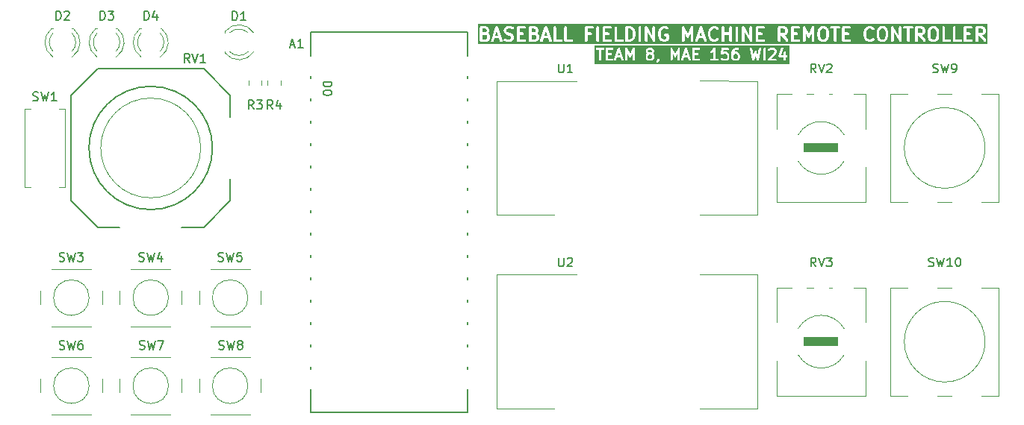
<source format=gbr>
%TF.GenerationSoftware,KiCad,Pcbnew,7.0.8*%
%TF.CreationDate,2024-01-12T01:29:44-08:00*%
%TF.ProjectId,rc_v1,72635f76-312e-46b6-9963-61645f706362,0*%
%TF.SameCoordinates,Original*%
%TF.FileFunction,Legend,Top*%
%TF.FilePolarity,Positive*%
%FSLAX46Y46*%
G04 Gerber Fmt 4.6, Leading zero omitted, Abs format (unit mm)*
G04 Created by KiCad (PCBNEW 7.0.8) date 2024-01-12 01:29:44*
%MOMM*%
%LPD*%
G01*
G04 APERTURE LIST*
%ADD10C,0.300000*%
%ADD11C,0.250000*%
%ADD12C,0.150000*%
%ADD13C,0.120000*%
%ADD14C,0.100000*%
%ADD15C,0.127000*%
%ADD16R,4.000000X1.000000*%
G04 APERTURE END LIST*
D10*
G36*
X144078743Y-76217647D02*
G01*
X144107920Y-76246824D01*
X144152627Y-76336237D01*
X144152627Y-76479704D01*
X144107920Y-76569117D01*
X144070915Y-76606122D01*
X143981503Y-76650828D01*
X143595484Y-76650828D01*
X143595484Y-76165114D01*
X143921141Y-76165114D01*
X144078743Y-76217647D01*
G37*
G36*
X143999488Y-75495535D02*
G01*
X144036492Y-75532539D01*
X144081199Y-75621952D01*
X144081199Y-75693989D01*
X144036492Y-75783402D01*
X143999488Y-75820407D01*
X143910074Y-75865114D01*
X143595484Y-75865114D01*
X143595484Y-75450828D01*
X143910074Y-75450828D01*
X143999488Y-75495535D01*
G37*
G36*
X149650171Y-76217647D02*
G01*
X149679348Y-76246824D01*
X149724055Y-76336237D01*
X149724055Y-76479704D01*
X149679348Y-76569117D01*
X149642343Y-76606122D01*
X149552931Y-76650828D01*
X149166912Y-76650828D01*
X149166912Y-76165114D01*
X149492569Y-76165114D01*
X149650171Y-76217647D01*
G37*
G36*
X149570916Y-75495535D02*
G01*
X149607920Y-75532539D01*
X149652627Y-75621952D01*
X149652627Y-75693989D01*
X149607920Y-75783402D01*
X149570916Y-75820407D01*
X149481502Y-75865114D01*
X149166912Y-75865114D01*
X149166912Y-75450828D01*
X149481502Y-75450828D01*
X149570916Y-75495535D01*
G37*
G36*
X160435885Y-75503361D02*
G01*
X160536492Y-75603968D01*
X160589671Y-75710327D01*
X160652627Y-75962148D01*
X160652627Y-76139507D01*
X160589671Y-76391328D01*
X160536492Y-76497688D01*
X160435886Y-76598294D01*
X160278284Y-76650828D01*
X160095484Y-76650828D01*
X160095484Y-75450828D01*
X160278287Y-75450828D01*
X160435885Y-75503361D01*
G37*
G36*
X177856633Y-75495535D02*
G01*
X177893637Y-75532539D01*
X177938343Y-75621951D01*
X177938343Y-75765418D01*
X177893636Y-75854831D01*
X177856631Y-75891836D01*
X177767219Y-75936542D01*
X177381200Y-75936542D01*
X177381200Y-75450828D01*
X177767219Y-75450828D01*
X177856633Y-75495535D01*
G37*
G36*
X182428061Y-75495535D02*
G01*
X182524327Y-75591801D01*
X182581201Y-75819292D01*
X182581201Y-76282363D01*
X182524327Y-76509854D01*
X182428060Y-76606122D01*
X182338648Y-76650828D01*
X182123754Y-76650828D01*
X182034340Y-76606121D01*
X181938073Y-76509854D01*
X181881201Y-76282364D01*
X181881201Y-75819291D01*
X181938073Y-75591802D01*
X182034340Y-75495534D01*
X182123754Y-75450828D01*
X182338648Y-75450828D01*
X182428061Y-75495535D01*
G37*
G36*
X189142347Y-75495535D02*
G01*
X189238613Y-75591801D01*
X189295487Y-75819292D01*
X189295487Y-76282363D01*
X189238613Y-76509854D01*
X189142346Y-76606122D01*
X189052934Y-76650828D01*
X188838040Y-76650828D01*
X188748626Y-76606121D01*
X188652359Y-76509854D01*
X188595487Y-76282364D01*
X188595487Y-75819291D01*
X188652359Y-75591802D01*
X188748626Y-75495534D01*
X188838040Y-75450828D01*
X189052934Y-75450828D01*
X189142347Y-75495535D01*
G37*
G36*
X193428063Y-75495535D02*
G01*
X193465067Y-75532539D01*
X193509773Y-75621951D01*
X193509773Y-75765418D01*
X193465066Y-75854831D01*
X193428061Y-75891836D01*
X193338649Y-75936542D01*
X192952630Y-75936542D01*
X192952630Y-75450828D01*
X193338649Y-75450828D01*
X193428063Y-75495535D01*
G37*
G36*
X194928062Y-75495535D02*
G01*
X195024328Y-75591801D01*
X195081202Y-75819292D01*
X195081202Y-76282363D01*
X195024328Y-76509854D01*
X194928061Y-76606122D01*
X194838649Y-76650828D01*
X194623755Y-76650828D01*
X194534341Y-76606121D01*
X194438074Y-76509854D01*
X194381202Y-76282364D01*
X194381202Y-75819291D01*
X194438074Y-75591802D01*
X194534341Y-75495534D01*
X194623755Y-75450828D01*
X194838649Y-75450828D01*
X194928062Y-75495535D01*
G37*
G36*
X200285207Y-75495535D02*
G01*
X200322211Y-75532539D01*
X200366917Y-75621951D01*
X200366917Y-75765418D01*
X200322210Y-75854831D01*
X200285205Y-75891836D01*
X200195793Y-75936542D01*
X199809774Y-75936542D01*
X199809774Y-75450828D01*
X200195793Y-75450828D01*
X200285207Y-75495535D01*
G37*
G36*
X145380229Y-76222257D02*
G01*
X145082170Y-76222257D01*
X145231199Y-75775169D01*
X145380229Y-76222257D01*
G37*
G36*
X150951657Y-76222257D02*
G01*
X150653598Y-76222257D01*
X150802627Y-75775169D01*
X150951657Y-76222257D01*
G37*
G36*
X168523087Y-76222257D02*
G01*
X168225028Y-76222257D01*
X168374057Y-75775169D01*
X168523087Y-76222257D01*
G37*
G36*
X200881203Y-77165114D02*
G01*
X143081198Y-77165114D01*
X143081198Y-76800828D01*
X143295484Y-76800828D01*
X143315580Y-76875828D01*
X143370484Y-76930732D01*
X143445484Y-76950828D01*
X144016913Y-76950828D01*
X144050216Y-76941904D01*
X144083995Y-76934992D01*
X144226852Y-76863564D01*
X144244921Y-76847540D01*
X144265836Y-76835466D01*
X144270402Y-76830900D01*
X144584244Y-76830900D01*
X144618969Y-76900349D01*
X144683765Y-76943130D01*
X144761271Y-76947783D01*
X144830720Y-76913058D01*
X144873501Y-76848262D01*
X144982170Y-76522257D01*
X145480229Y-76522257D01*
X145588897Y-76848262D01*
X145631678Y-76913059D01*
X145701127Y-76947783D01*
X145778633Y-76943131D01*
X145843430Y-76900349D01*
X145878154Y-76830900D01*
X145873502Y-76753394D01*
X145532170Y-75729400D01*
X146009770Y-75729400D01*
X146018693Y-75762703D01*
X146025606Y-75796482D01*
X146097034Y-75939339D01*
X146113057Y-75957408D01*
X146125133Y-75978324D01*
X146196562Y-76049752D01*
X146217476Y-76061826D01*
X146235545Y-76077849D01*
X146378401Y-76149278D01*
X146394627Y-76152598D01*
X146409104Y-76160635D01*
X146678842Y-76228069D01*
X146785201Y-76281248D01*
X146822205Y-76318253D01*
X146866913Y-76407667D01*
X146866913Y-76479703D01*
X146822205Y-76569117D01*
X146785202Y-76606121D01*
X146695789Y-76650828D01*
X146398399Y-76650828D01*
X146207204Y-76587097D01*
X146129698Y-76582445D01*
X146060249Y-76617170D01*
X146017467Y-76681966D01*
X146012815Y-76759472D01*
X146047540Y-76828921D01*
X146112336Y-76871703D01*
X146326622Y-76943131D01*
X146350730Y-76944578D01*
X146374056Y-76950828D01*
X146731198Y-76950828D01*
X146764503Y-76941903D01*
X146798279Y-76934992D01*
X146941138Y-76863564D01*
X146959207Y-76847540D01*
X146980123Y-76835465D01*
X147014760Y-76800828D01*
X147509769Y-76800828D01*
X147529865Y-76875828D01*
X147584769Y-76930732D01*
X147659769Y-76950828D01*
X148374055Y-76950828D01*
X148449055Y-76930732D01*
X148503959Y-76875828D01*
X148524055Y-76800828D01*
X148866912Y-76800828D01*
X148887008Y-76875828D01*
X148941912Y-76930732D01*
X149016912Y-76950828D01*
X149588341Y-76950828D01*
X149621644Y-76941904D01*
X149655423Y-76934992D01*
X149798280Y-76863564D01*
X149816349Y-76847540D01*
X149837264Y-76835466D01*
X149841830Y-76830900D01*
X150155672Y-76830900D01*
X150190397Y-76900349D01*
X150255193Y-76943130D01*
X150332699Y-76947783D01*
X150402148Y-76913058D01*
X150444929Y-76848262D01*
X150553598Y-76522257D01*
X151051657Y-76522257D01*
X151160325Y-76848262D01*
X151203106Y-76913059D01*
X151272555Y-76947783D01*
X151350061Y-76943131D01*
X151414858Y-76900349D01*
X151449582Y-76830900D01*
X151447777Y-76800828D01*
X151652626Y-76800828D01*
X151672722Y-76875828D01*
X151727626Y-76930732D01*
X151802626Y-76950828D01*
X152516912Y-76950828D01*
X152591912Y-76930732D01*
X152646816Y-76875828D01*
X152666912Y-76800828D01*
X152866912Y-76800828D01*
X152887008Y-76875828D01*
X152941912Y-76930732D01*
X153016912Y-76950828D01*
X153731198Y-76950828D01*
X153806198Y-76930732D01*
X153861102Y-76875828D01*
X153881198Y-76800828D01*
X155224055Y-76800828D01*
X155244151Y-76875828D01*
X155299055Y-76930732D01*
X155374055Y-76950828D01*
X155449055Y-76930732D01*
X155503959Y-76875828D01*
X155524055Y-76800828D01*
X156509769Y-76800828D01*
X156529865Y-76875828D01*
X156584769Y-76930732D01*
X156659769Y-76950828D01*
X156734769Y-76930732D01*
X156789673Y-76875828D01*
X156809769Y-76800828D01*
X157224055Y-76800828D01*
X157244151Y-76875828D01*
X157299055Y-76930732D01*
X157374055Y-76950828D01*
X158088341Y-76950828D01*
X158163341Y-76930732D01*
X158218245Y-76875828D01*
X158238341Y-76800828D01*
X158581198Y-76800828D01*
X158601294Y-76875828D01*
X158656198Y-76930732D01*
X158731198Y-76950828D01*
X159445484Y-76950828D01*
X159520484Y-76930732D01*
X159575388Y-76875828D01*
X159595484Y-76800828D01*
X159795484Y-76800828D01*
X159815580Y-76875828D01*
X159870484Y-76930732D01*
X159945484Y-76950828D01*
X160302627Y-76950828D01*
X160325952Y-76944578D01*
X160350061Y-76943131D01*
X160564347Y-76871703D01*
X160593122Y-76852703D01*
X160622979Y-76835466D01*
X160657617Y-76800828D01*
X161295484Y-76800828D01*
X161315580Y-76875828D01*
X161370484Y-76930732D01*
X161445484Y-76950828D01*
X161520484Y-76930732D01*
X161575388Y-76875828D01*
X161595484Y-76800828D01*
X162009770Y-76800828D01*
X162029866Y-76875828D01*
X162084770Y-76930732D01*
X162159770Y-76950828D01*
X162234770Y-76930732D01*
X162289674Y-76875828D01*
X162309770Y-76800828D01*
X162309770Y-75865661D01*
X162886677Y-76875249D01*
X162886919Y-76875493D01*
X162887009Y-76875828D01*
X162914229Y-76903048D01*
X162941335Y-76930397D01*
X162941669Y-76930488D01*
X162941913Y-76930732D01*
X162979013Y-76940672D01*
X163016245Y-76950827D01*
X163016580Y-76950738D01*
X163016913Y-76950828D01*
X163054012Y-76940887D01*
X163091334Y-76931065D01*
X163091579Y-76930821D01*
X163091913Y-76930732D01*
X163119077Y-76903567D01*
X163146482Y-76876406D01*
X163146573Y-76876071D01*
X163146817Y-76875828D01*
X163156757Y-76838727D01*
X163166912Y-76801496D01*
X163166823Y-76801160D01*
X163166913Y-76800828D01*
X163166913Y-76157971D01*
X163509771Y-76157971D01*
X163514561Y-76175848D01*
X163514250Y-76194351D01*
X163585678Y-76480065D01*
X163593714Y-76494542D01*
X163597035Y-76510767D01*
X163668464Y-76653624D01*
X163684486Y-76671693D01*
X163696562Y-76692608D01*
X163839419Y-76835466D01*
X163869278Y-76852705D01*
X163898051Y-76871703D01*
X164112337Y-76943131D01*
X164136445Y-76944578D01*
X164159771Y-76950828D01*
X164302628Y-76950828D01*
X164325953Y-76944578D01*
X164350062Y-76943131D01*
X164564348Y-76871703D01*
X164593123Y-76852703D01*
X164622981Y-76835465D01*
X164657618Y-76800828D01*
X166224056Y-76800828D01*
X166244152Y-76875828D01*
X166299056Y-76930732D01*
X166374056Y-76950828D01*
X166449056Y-76930732D01*
X166503960Y-76875828D01*
X166524056Y-76800828D01*
X166524056Y-75976961D01*
X166738129Y-76435690D01*
X166746636Y-76445822D01*
X166751158Y-76458257D01*
X166771213Y-76475095D01*
X166788056Y-76495156D01*
X166800492Y-76499678D01*
X166810623Y-76508184D01*
X166836407Y-76512738D01*
X166861027Y-76521691D01*
X166874058Y-76519389D01*
X166887085Y-76521690D01*
X166911693Y-76512741D01*
X166937489Y-76508185D01*
X166947623Y-76499675D01*
X166960056Y-76495155D01*
X166976893Y-76475100D01*
X166996954Y-76458258D01*
X167001476Y-76445821D01*
X167009983Y-76435690D01*
X167224056Y-75976962D01*
X167224056Y-76800828D01*
X167244152Y-76875828D01*
X167299056Y-76930732D01*
X167374056Y-76950828D01*
X167449056Y-76930732D01*
X167503960Y-76875828D01*
X167515998Y-76830900D01*
X167727102Y-76830900D01*
X167761827Y-76900349D01*
X167826623Y-76943130D01*
X167904129Y-76947783D01*
X167973578Y-76913058D01*
X168016359Y-76848262D01*
X168125028Y-76522257D01*
X168623087Y-76522257D01*
X168731755Y-76848262D01*
X168774536Y-76913059D01*
X168843985Y-76947783D01*
X168921491Y-76943131D01*
X168986288Y-76900349D01*
X169021012Y-76830900D01*
X169016360Y-76753394D01*
X168817885Y-76157971D01*
X169152628Y-76157971D01*
X169157418Y-76175848D01*
X169157107Y-76194351D01*
X169228535Y-76480065D01*
X169236571Y-76494542D01*
X169239892Y-76510767D01*
X169311321Y-76653624D01*
X169327343Y-76671693D01*
X169339419Y-76692608D01*
X169482276Y-76835466D01*
X169512135Y-76852705D01*
X169540908Y-76871703D01*
X169755194Y-76943131D01*
X169779302Y-76944578D01*
X169802628Y-76950828D01*
X169945485Y-76950828D01*
X169968810Y-76944578D01*
X169992919Y-76943131D01*
X170207205Y-76871703D01*
X170235980Y-76852703D01*
X170265838Y-76835465D01*
X170300475Y-76800828D01*
X170724056Y-76800828D01*
X170744152Y-76875828D01*
X170799056Y-76930732D01*
X170874056Y-76950828D01*
X170949056Y-76930732D01*
X171003960Y-76875828D01*
X171024056Y-76800828D01*
X171024056Y-76165114D01*
X171581199Y-76165114D01*
X171581199Y-76800828D01*
X171601295Y-76875828D01*
X171656199Y-76930732D01*
X171731199Y-76950828D01*
X171806199Y-76930732D01*
X171861103Y-76875828D01*
X171881199Y-76800828D01*
X172295485Y-76800828D01*
X172315581Y-76875828D01*
X172370485Y-76930732D01*
X172445485Y-76950828D01*
X172520485Y-76930732D01*
X172575389Y-76875828D01*
X172595485Y-76800828D01*
X173009771Y-76800828D01*
X173029867Y-76875828D01*
X173084771Y-76930732D01*
X173159771Y-76950828D01*
X173234771Y-76930732D01*
X173289675Y-76875828D01*
X173309771Y-76800828D01*
X173309771Y-75865661D01*
X173886678Y-76875249D01*
X173886920Y-76875493D01*
X173887010Y-76875828D01*
X173914230Y-76903048D01*
X173941336Y-76930397D01*
X173941670Y-76930488D01*
X173941914Y-76930732D01*
X173979014Y-76940672D01*
X174016246Y-76950827D01*
X174016581Y-76950738D01*
X174016914Y-76950828D01*
X174054013Y-76940887D01*
X174091335Y-76931065D01*
X174091580Y-76930821D01*
X174091914Y-76930732D01*
X174119078Y-76903567D01*
X174146483Y-76876406D01*
X174146574Y-76876071D01*
X174146818Y-76875828D01*
X174156758Y-76838727D01*
X174166913Y-76801496D01*
X174166824Y-76801160D01*
X174166914Y-76800828D01*
X174581200Y-76800828D01*
X174601296Y-76875828D01*
X174656200Y-76930732D01*
X174731200Y-76950828D01*
X175445486Y-76950828D01*
X175520486Y-76930732D01*
X175575390Y-76875828D01*
X175595486Y-76800828D01*
X177081200Y-76800828D01*
X177101296Y-76875828D01*
X177156200Y-76930732D01*
X177231200Y-76950828D01*
X177306200Y-76930732D01*
X177361104Y-76875828D01*
X177381200Y-76800828D01*
X177381200Y-76236542D01*
X177510245Y-76236542D01*
X177965458Y-76886847D01*
X178024931Y-76936765D01*
X178101396Y-76950259D01*
X178174362Y-76923713D01*
X178224280Y-76864240D01*
X178235470Y-76800828D01*
X178581200Y-76800828D01*
X178601296Y-76875828D01*
X178656200Y-76930732D01*
X178731200Y-76950828D01*
X179445486Y-76950828D01*
X179520486Y-76930732D01*
X179575390Y-76875828D01*
X179595486Y-76800828D01*
X179938343Y-76800828D01*
X179958439Y-76875828D01*
X180013343Y-76930732D01*
X180088343Y-76950828D01*
X180163343Y-76930732D01*
X180218247Y-76875828D01*
X180238343Y-76800828D01*
X180238343Y-75976961D01*
X180452416Y-76435690D01*
X180460923Y-76445822D01*
X180465445Y-76458257D01*
X180485500Y-76475095D01*
X180502343Y-76495156D01*
X180514779Y-76499678D01*
X180524910Y-76508184D01*
X180550694Y-76512738D01*
X180575314Y-76521691D01*
X180588345Y-76519389D01*
X180601372Y-76521690D01*
X180625980Y-76512741D01*
X180651776Y-76508185D01*
X180661910Y-76499675D01*
X180674343Y-76495155D01*
X180691180Y-76475100D01*
X180711241Y-76458258D01*
X180715763Y-76445821D01*
X180724270Y-76435690D01*
X180938343Y-75976962D01*
X180938343Y-76800828D01*
X180958439Y-76875828D01*
X181013343Y-76930732D01*
X181088343Y-76950828D01*
X181163343Y-76930732D01*
X181218247Y-76875828D01*
X181238343Y-76800828D01*
X181238343Y-76300828D01*
X181581201Y-76300828D01*
X181585991Y-76318705D01*
X181585680Y-76337208D01*
X181657108Y-76622922D01*
X181657740Y-76624060D01*
X181657740Y-76625365D01*
X181676552Y-76657948D01*
X181694794Y-76690809D01*
X181695911Y-76691479D01*
X181696563Y-76692608D01*
X181839421Y-76835466D01*
X181860335Y-76847540D01*
X181878405Y-76863564D01*
X182021263Y-76934992D01*
X182055038Y-76941903D01*
X182088344Y-76950828D01*
X182374058Y-76950828D01*
X182407361Y-76941904D01*
X182441140Y-76934992D01*
X182583997Y-76863564D01*
X182602066Y-76847540D01*
X182622981Y-76835466D01*
X182765838Y-76692608D01*
X182766489Y-76691479D01*
X182767607Y-76690809D01*
X182785863Y-76657922D01*
X182804661Y-76625364D01*
X182804661Y-76624061D01*
X182805293Y-76622923D01*
X182876722Y-76337209D01*
X182876410Y-76318704D01*
X182881201Y-76300828D01*
X182881201Y-75800828D01*
X182876410Y-75782951D01*
X182876722Y-75764447D01*
X182805293Y-75478733D01*
X182804661Y-75477594D01*
X182804661Y-75476291D01*
X182785855Y-75443719D01*
X182767607Y-75410847D01*
X182766489Y-75410176D01*
X182765838Y-75409048D01*
X182657618Y-75300828D01*
X183009773Y-75300828D01*
X183029869Y-75375828D01*
X183084773Y-75430732D01*
X183159773Y-75450828D01*
X183438344Y-75450828D01*
X183438344Y-76800828D01*
X183458440Y-76875828D01*
X183513344Y-76930732D01*
X183588344Y-76950828D01*
X183663344Y-76930732D01*
X183718248Y-76875828D01*
X183738344Y-76800828D01*
X184366915Y-76800828D01*
X184387011Y-76875828D01*
X184441915Y-76930732D01*
X184516915Y-76950828D01*
X185231201Y-76950828D01*
X185306201Y-76930732D01*
X185361105Y-76875828D01*
X185381201Y-76800828D01*
X185361105Y-76725828D01*
X185306201Y-76670924D01*
X185231201Y-76650828D01*
X184666915Y-76650828D01*
X184666915Y-76165114D01*
X185016915Y-76165114D01*
X185043573Y-76157971D01*
X186795487Y-76157971D01*
X186800277Y-76175848D01*
X186799966Y-76194351D01*
X186871394Y-76480065D01*
X186879430Y-76494542D01*
X186882751Y-76510767D01*
X186954180Y-76653624D01*
X186970202Y-76671693D01*
X186982278Y-76692608D01*
X187125135Y-76835466D01*
X187154994Y-76852705D01*
X187183767Y-76871703D01*
X187398053Y-76943131D01*
X187422161Y-76944578D01*
X187445487Y-76950828D01*
X187588344Y-76950828D01*
X187611669Y-76944578D01*
X187635778Y-76943131D01*
X187850064Y-76871703D01*
X187878839Y-76852703D01*
X187908697Y-76835465D01*
X187980125Y-76764036D01*
X188018947Y-76696793D01*
X188018947Y-76619147D01*
X187980123Y-76551904D01*
X187912880Y-76513082D01*
X187835234Y-76513082D01*
X187767991Y-76551906D01*
X187721603Y-76598294D01*
X187564001Y-76650828D01*
X187469830Y-76650828D01*
X187312227Y-76598294D01*
X187211622Y-76497688D01*
X187158441Y-76391328D01*
X187135816Y-76300828D01*
X188295487Y-76300828D01*
X188300277Y-76318705D01*
X188299966Y-76337208D01*
X188371394Y-76622922D01*
X188372026Y-76624060D01*
X188372026Y-76625365D01*
X188390838Y-76657948D01*
X188409080Y-76690809D01*
X188410197Y-76691479D01*
X188410849Y-76692608D01*
X188553707Y-76835466D01*
X188574621Y-76847540D01*
X188592691Y-76863564D01*
X188735549Y-76934992D01*
X188769324Y-76941903D01*
X188802630Y-76950828D01*
X189088344Y-76950828D01*
X189121647Y-76941904D01*
X189155426Y-76934992D01*
X189298283Y-76863564D01*
X189316352Y-76847540D01*
X189337267Y-76835466D01*
X189371905Y-76800828D01*
X189938344Y-76800828D01*
X189958440Y-76875828D01*
X190013344Y-76930732D01*
X190088344Y-76950828D01*
X190163344Y-76930732D01*
X190218248Y-76875828D01*
X190238344Y-76800828D01*
X190238344Y-75865661D01*
X190815251Y-76875249D01*
X190815493Y-76875493D01*
X190815583Y-76875828D01*
X190842803Y-76903048D01*
X190869909Y-76930397D01*
X190870243Y-76930488D01*
X190870487Y-76930732D01*
X190907587Y-76940672D01*
X190944819Y-76950827D01*
X190945154Y-76950738D01*
X190945487Y-76950828D01*
X190982586Y-76940887D01*
X191019908Y-76931065D01*
X191020153Y-76930821D01*
X191020487Y-76930732D01*
X191047651Y-76903567D01*
X191075056Y-76876406D01*
X191075147Y-76876071D01*
X191075391Y-76875828D01*
X191085331Y-76838727D01*
X191095486Y-76801496D01*
X191095397Y-76801160D01*
X191095487Y-76800828D01*
X191095487Y-75300828D01*
X191295488Y-75300828D01*
X191315584Y-75375828D01*
X191370488Y-75430732D01*
X191445488Y-75450828D01*
X191724059Y-75450828D01*
X191724059Y-76800828D01*
X191744155Y-76875828D01*
X191799059Y-76930732D01*
X191874059Y-76950828D01*
X191949059Y-76930732D01*
X192003963Y-76875828D01*
X192024059Y-76800828D01*
X192652630Y-76800828D01*
X192672726Y-76875828D01*
X192727630Y-76930732D01*
X192802630Y-76950828D01*
X192877630Y-76930732D01*
X192932534Y-76875828D01*
X192952630Y-76800828D01*
X192952630Y-76236542D01*
X193081675Y-76236542D01*
X193536888Y-76886847D01*
X193596361Y-76936765D01*
X193672826Y-76950259D01*
X193745792Y-76923713D01*
X193795710Y-76864240D01*
X193809204Y-76787775D01*
X193782658Y-76714809D01*
X193492871Y-76300828D01*
X194081202Y-76300828D01*
X194085992Y-76318705D01*
X194085681Y-76337208D01*
X194157109Y-76622922D01*
X194157741Y-76624060D01*
X194157741Y-76625365D01*
X194176553Y-76657948D01*
X194194795Y-76690809D01*
X194195912Y-76691479D01*
X194196564Y-76692608D01*
X194339422Y-76835466D01*
X194360336Y-76847540D01*
X194378406Y-76863564D01*
X194521264Y-76934992D01*
X194555039Y-76941903D01*
X194588345Y-76950828D01*
X194874059Y-76950828D01*
X194907362Y-76941904D01*
X194941141Y-76934992D01*
X195083998Y-76863564D01*
X195102067Y-76847540D01*
X195122982Y-76835466D01*
X195157620Y-76800828D01*
X195724059Y-76800828D01*
X195744155Y-76875828D01*
X195799059Y-76930732D01*
X195874059Y-76950828D01*
X196588345Y-76950828D01*
X196663345Y-76930732D01*
X196718249Y-76875828D01*
X196738345Y-76800828D01*
X196938345Y-76800828D01*
X196958441Y-76875828D01*
X197013345Y-76930732D01*
X197088345Y-76950828D01*
X197802631Y-76950828D01*
X197877631Y-76930732D01*
X197932535Y-76875828D01*
X197952631Y-76800828D01*
X198152631Y-76800828D01*
X198172727Y-76875828D01*
X198227631Y-76930732D01*
X198302631Y-76950828D01*
X199016917Y-76950828D01*
X199091917Y-76930732D01*
X199146821Y-76875828D01*
X199166917Y-76800828D01*
X199509774Y-76800828D01*
X199529870Y-76875828D01*
X199584774Y-76930732D01*
X199659774Y-76950828D01*
X199734774Y-76930732D01*
X199789678Y-76875828D01*
X199809774Y-76800828D01*
X199809774Y-76236542D01*
X199938819Y-76236542D01*
X200394032Y-76886847D01*
X200453505Y-76936765D01*
X200529970Y-76950259D01*
X200602936Y-76923713D01*
X200652854Y-76864240D01*
X200666348Y-76787775D01*
X200639802Y-76714809D01*
X200294475Y-76221485D01*
X200298285Y-76220706D01*
X200441142Y-76149278D01*
X200459211Y-76133254D01*
X200480126Y-76121180D01*
X200551555Y-76049751D01*
X200563629Y-76028836D01*
X200579653Y-76010767D01*
X200651081Y-75867909D01*
X200657992Y-75834133D01*
X200666917Y-75800828D01*
X200666917Y-75586542D01*
X200657992Y-75553236D01*
X200651081Y-75519461D01*
X200579653Y-75376603D01*
X200563629Y-75358533D01*
X200551554Y-75337618D01*
X200480125Y-75266190D01*
X200459210Y-75254115D01*
X200441142Y-75238093D01*
X200298285Y-75166664D01*
X200264504Y-75159751D01*
X200231203Y-75150828D01*
X199659774Y-75150828D01*
X199584774Y-75170924D01*
X199529870Y-75225828D01*
X199509774Y-75300828D01*
X199509774Y-76800828D01*
X199166917Y-76800828D01*
X199146821Y-76725828D01*
X199091917Y-76670924D01*
X199016917Y-76650828D01*
X198452631Y-76650828D01*
X198452631Y-76165114D01*
X198802631Y-76165114D01*
X198877631Y-76145018D01*
X198932535Y-76090114D01*
X198952631Y-76015114D01*
X198932535Y-75940114D01*
X198877631Y-75885210D01*
X198802631Y-75865114D01*
X198452631Y-75865114D01*
X198452631Y-75450828D01*
X199016917Y-75450828D01*
X199091917Y-75430732D01*
X199146821Y-75375828D01*
X199166917Y-75300828D01*
X199146821Y-75225828D01*
X199091917Y-75170924D01*
X199016917Y-75150828D01*
X198302631Y-75150828D01*
X198227631Y-75170924D01*
X198172727Y-75225828D01*
X198152631Y-75300828D01*
X198152631Y-76800828D01*
X197952631Y-76800828D01*
X197932535Y-76725828D01*
X197877631Y-76670924D01*
X197802631Y-76650828D01*
X197238345Y-76650828D01*
X197238345Y-75300828D01*
X197218249Y-75225828D01*
X197163345Y-75170924D01*
X197088345Y-75150828D01*
X197013345Y-75170924D01*
X196958441Y-75225828D01*
X196938345Y-75300828D01*
X196938345Y-76800828D01*
X196738345Y-76800828D01*
X196718249Y-76725828D01*
X196663345Y-76670924D01*
X196588345Y-76650828D01*
X196024059Y-76650828D01*
X196024059Y-75300828D01*
X196003963Y-75225828D01*
X195949059Y-75170924D01*
X195874059Y-75150828D01*
X195799059Y-75170924D01*
X195744155Y-75225828D01*
X195724059Y-75300828D01*
X195724059Y-76800828D01*
X195157620Y-76800828D01*
X195265839Y-76692608D01*
X195266490Y-76691479D01*
X195267608Y-76690809D01*
X195285864Y-76657922D01*
X195304662Y-76625364D01*
X195304662Y-76624061D01*
X195305294Y-76622923D01*
X195376723Y-76337209D01*
X195376411Y-76318704D01*
X195381202Y-76300828D01*
X195381202Y-75800828D01*
X195376411Y-75782951D01*
X195376723Y-75764447D01*
X195305294Y-75478733D01*
X195304662Y-75477594D01*
X195304662Y-75476291D01*
X195285856Y-75443719D01*
X195267608Y-75410847D01*
X195266490Y-75410176D01*
X195265839Y-75409048D01*
X195122982Y-75266191D01*
X195102066Y-75254115D01*
X195083998Y-75238093D01*
X194941141Y-75166664D01*
X194907360Y-75159751D01*
X194874059Y-75150828D01*
X194588345Y-75150828D01*
X194555044Y-75159750D01*
X194521262Y-75166664D01*
X194378406Y-75238093D01*
X194360336Y-75254115D01*
X194339422Y-75266191D01*
X194196564Y-75409048D01*
X194195912Y-75410176D01*
X194194795Y-75410847D01*
X194176553Y-75443707D01*
X194157741Y-75476291D01*
X194157741Y-75477595D01*
X194157109Y-75478734D01*
X194085681Y-75764448D01*
X194085992Y-75782950D01*
X194081202Y-75800828D01*
X194081202Y-76300828D01*
X193492871Y-76300828D01*
X193437331Y-76221485D01*
X193441141Y-76220706D01*
X193583998Y-76149278D01*
X193602067Y-76133254D01*
X193622982Y-76121180D01*
X193694411Y-76049751D01*
X193706485Y-76028836D01*
X193722509Y-76010767D01*
X193793937Y-75867909D01*
X193800848Y-75834133D01*
X193809773Y-75800828D01*
X193809773Y-75586542D01*
X193800848Y-75553236D01*
X193793937Y-75519461D01*
X193722509Y-75376603D01*
X193706485Y-75358533D01*
X193694410Y-75337618D01*
X193622981Y-75266190D01*
X193602066Y-75254115D01*
X193583998Y-75238093D01*
X193441141Y-75166664D01*
X193407360Y-75159751D01*
X193374059Y-75150828D01*
X192802630Y-75150828D01*
X192727630Y-75170924D01*
X192672726Y-75225828D01*
X192652630Y-75300828D01*
X192652630Y-76800828D01*
X192024059Y-76800828D01*
X192024059Y-75450828D01*
X192302631Y-75450828D01*
X192377631Y-75430732D01*
X192432535Y-75375828D01*
X192452631Y-75300828D01*
X192432535Y-75225828D01*
X192377631Y-75170924D01*
X192302631Y-75150828D01*
X191445488Y-75150828D01*
X191370488Y-75170924D01*
X191315584Y-75225828D01*
X191295488Y-75300828D01*
X191095487Y-75300828D01*
X191075391Y-75225828D01*
X191020487Y-75170924D01*
X190945487Y-75150828D01*
X190870487Y-75170924D01*
X190815583Y-75225828D01*
X190795487Y-75300828D01*
X190795487Y-76235992D01*
X190218580Y-75226407D01*
X190218337Y-75226162D01*
X190218248Y-75225828D01*
X190191027Y-75198607D01*
X190163922Y-75171259D01*
X190163587Y-75171167D01*
X190163344Y-75170924D01*
X190126243Y-75160983D01*
X190089012Y-75150829D01*
X190088676Y-75150917D01*
X190088344Y-75150828D01*
X190051138Y-75160797D01*
X190013923Y-75170592D01*
X190013678Y-75170834D01*
X190013344Y-75170924D01*
X189986123Y-75198144D01*
X189958775Y-75225250D01*
X189958683Y-75225584D01*
X189958440Y-75225828D01*
X189948499Y-75262928D01*
X189938345Y-75300160D01*
X189938433Y-75300495D01*
X189938344Y-75300828D01*
X189938344Y-76800828D01*
X189371905Y-76800828D01*
X189480124Y-76692608D01*
X189480775Y-76691479D01*
X189481893Y-76690809D01*
X189500149Y-76657922D01*
X189518947Y-76625364D01*
X189518947Y-76624061D01*
X189519579Y-76622923D01*
X189591008Y-76337209D01*
X189590696Y-76318704D01*
X189595487Y-76300828D01*
X189595487Y-75800828D01*
X189590696Y-75782951D01*
X189591008Y-75764447D01*
X189519579Y-75478733D01*
X189518947Y-75477594D01*
X189518947Y-75476291D01*
X189500141Y-75443719D01*
X189481893Y-75410847D01*
X189480775Y-75410176D01*
X189480124Y-75409048D01*
X189337267Y-75266191D01*
X189316351Y-75254115D01*
X189298283Y-75238093D01*
X189155426Y-75166664D01*
X189121645Y-75159751D01*
X189088344Y-75150828D01*
X188802630Y-75150828D01*
X188769329Y-75159750D01*
X188735547Y-75166664D01*
X188592691Y-75238093D01*
X188574621Y-75254115D01*
X188553707Y-75266191D01*
X188410849Y-75409048D01*
X188410197Y-75410176D01*
X188409080Y-75410847D01*
X188390838Y-75443707D01*
X188372026Y-75476291D01*
X188372026Y-75477595D01*
X188371394Y-75478734D01*
X188299966Y-75764448D01*
X188300277Y-75782950D01*
X188295487Y-75800828D01*
X188295487Y-76300828D01*
X187135816Y-76300828D01*
X187095487Y-76139507D01*
X187095487Y-75962148D01*
X187158441Y-75710327D01*
X187211622Y-75603967D01*
X187312228Y-75503361D01*
X187469830Y-75450828D01*
X187564004Y-75450828D01*
X187721602Y-75503361D01*
X187767992Y-75549751D01*
X187835235Y-75588574D01*
X187912881Y-75588574D01*
X187980124Y-75549751D01*
X188018947Y-75482508D01*
X188018947Y-75404862D01*
X187980124Y-75337619D01*
X187908696Y-75266191D01*
X187878839Y-75248953D01*
X187850064Y-75229954D01*
X187635778Y-75158526D01*
X187611672Y-75157078D01*
X187588344Y-75150828D01*
X187445487Y-75150828D01*
X187422158Y-75157078D01*
X187398052Y-75158526D01*
X187183767Y-75229955D01*
X187154994Y-75248951D01*
X187125135Y-75266191D01*
X186982278Y-75409048D01*
X186970202Y-75429963D01*
X186954180Y-75448032D01*
X186882751Y-75590889D01*
X186879430Y-75607113D01*
X186871394Y-75621591D01*
X186799966Y-75907305D01*
X186800277Y-75925807D01*
X186795487Y-75943685D01*
X186795487Y-76157971D01*
X185043573Y-76157971D01*
X185091915Y-76145018D01*
X185146819Y-76090114D01*
X185166915Y-76015114D01*
X185146819Y-75940114D01*
X185091915Y-75885210D01*
X185016915Y-75865114D01*
X184666915Y-75865114D01*
X184666915Y-75450828D01*
X185231201Y-75450828D01*
X185306201Y-75430732D01*
X185361105Y-75375828D01*
X185381201Y-75300828D01*
X185361105Y-75225828D01*
X185306201Y-75170924D01*
X185231201Y-75150828D01*
X184516915Y-75150828D01*
X184441915Y-75170924D01*
X184387011Y-75225828D01*
X184366915Y-75300828D01*
X184366915Y-76800828D01*
X183738344Y-76800828D01*
X183738344Y-75450828D01*
X184016916Y-75450828D01*
X184091916Y-75430732D01*
X184146820Y-75375828D01*
X184166916Y-75300828D01*
X184146820Y-75225828D01*
X184091916Y-75170924D01*
X184016916Y-75150828D01*
X183159773Y-75150828D01*
X183084773Y-75170924D01*
X183029869Y-75225828D01*
X183009773Y-75300828D01*
X182657618Y-75300828D01*
X182622981Y-75266191D01*
X182602065Y-75254115D01*
X182583997Y-75238093D01*
X182441140Y-75166664D01*
X182407359Y-75159751D01*
X182374058Y-75150828D01*
X182088344Y-75150828D01*
X182055043Y-75159750D01*
X182021261Y-75166664D01*
X181878405Y-75238093D01*
X181860335Y-75254115D01*
X181839421Y-75266191D01*
X181696563Y-75409048D01*
X181695911Y-75410176D01*
X181694794Y-75410847D01*
X181676552Y-75443707D01*
X181657740Y-75476291D01*
X181657740Y-75477595D01*
X181657108Y-75478734D01*
X181585680Y-75764448D01*
X181585991Y-75782950D01*
X181581201Y-75800828D01*
X181581201Y-76300828D01*
X181238343Y-76300828D01*
X181238343Y-75300828D01*
X181236614Y-75294375D01*
X181237776Y-75287798D01*
X181226663Y-75257237D01*
X181218247Y-75225828D01*
X181213523Y-75221104D01*
X181211241Y-75214827D01*
X181186334Y-75193915D01*
X181163343Y-75170924D01*
X181156892Y-75169195D01*
X181151776Y-75164900D01*
X181119745Y-75159242D01*
X181088343Y-75150828D01*
X181081893Y-75152556D01*
X181075314Y-75151394D01*
X181044746Y-75162509D01*
X181013343Y-75170924D01*
X181008620Y-75175646D01*
X181002343Y-75177929D01*
X180981433Y-75202833D01*
X180958439Y-75225828D01*
X180956710Y-75232280D01*
X180952416Y-75237395D01*
X180588343Y-76017551D01*
X180224270Y-75237395D01*
X180219975Y-75232280D01*
X180218247Y-75225828D01*
X180195249Y-75202830D01*
X180174343Y-75177930D01*
X180168066Y-75175647D01*
X180163343Y-75170924D01*
X180131929Y-75162506D01*
X180101372Y-75151395D01*
X180094794Y-75152556D01*
X180088343Y-75150828D01*
X180056929Y-75159245D01*
X180024910Y-75164901D01*
X180019795Y-75169195D01*
X180013343Y-75170924D01*
X179990345Y-75193921D01*
X179965445Y-75214828D01*
X179963162Y-75221104D01*
X179958439Y-75225828D01*
X179950021Y-75257241D01*
X179938910Y-75287799D01*
X179940071Y-75294376D01*
X179938343Y-75300828D01*
X179938343Y-76800828D01*
X179595486Y-76800828D01*
X179575390Y-76725828D01*
X179520486Y-76670924D01*
X179445486Y-76650828D01*
X178881200Y-76650828D01*
X178881200Y-76165114D01*
X179231200Y-76165114D01*
X179306200Y-76145018D01*
X179361104Y-76090114D01*
X179381200Y-76015114D01*
X179361104Y-75940114D01*
X179306200Y-75885210D01*
X179231200Y-75865114D01*
X178881200Y-75865114D01*
X178881200Y-75450828D01*
X179445486Y-75450828D01*
X179520486Y-75430732D01*
X179575390Y-75375828D01*
X179595486Y-75300828D01*
X179575390Y-75225828D01*
X179520486Y-75170924D01*
X179445486Y-75150828D01*
X178731200Y-75150828D01*
X178656200Y-75170924D01*
X178601296Y-75225828D01*
X178581200Y-75300828D01*
X178581200Y-76800828D01*
X178235470Y-76800828D01*
X178237774Y-76787775D01*
X178211228Y-76714809D01*
X177865901Y-76221485D01*
X177869711Y-76220706D01*
X178012568Y-76149278D01*
X178030637Y-76133254D01*
X178051552Y-76121180D01*
X178122981Y-76049751D01*
X178135055Y-76028836D01*
X178151079Y-76010767D01*
X178222507Y-75867909D01*
X178229418Y-75834133D01*
X178238343Y-75800828D01*
X178238343Y-75586542D01*
X178229418Y-75553236D01*
X178222507Y-75519461D01*
X178151079Y-75376603D01*
X178135055Y-75358533D01*
X178122980Y-75337618D01*
X178051551Y-75266190D01*
X178030636Y-75254115D01*
X178012568Y-75238093D01*
X177869711Y-75166664D01*
X177835930Y-75159751D01*
X177802629Y-75150828D01*
X177231200Y-75150828D01*
X177156200Y-75170924D01*
X177101296Y-75225828D01*
X177081200Y-75300828D01*
X177081200Y-76800828D01*
X175595486Y-76800828D01*
X175575390Y-76725828D01*
X175520486Y-76670924D01*
X175445486Y-76650828D01*
X174881200Y-76650828D01*
X174881200Y-76165114D01*
X175231200Y-76165114D01*
X175306200Y-76145018D01*
X175361104Y-76090114D01*
X175381200Y-76015114D01*
X175361104Y-75940114D01*
X175306200Y-75885210D01*
X175231200Y-75865114D01*
X174881200Y-75865114D01*
X174881200Y-75450828D01*
X175445486Y-75450828D01*
X175520486Y-75430732D01*
X175575390Y-75375828D01*
X175595486Y-75300828D01*
X175575390Y-75225828D01*
X175520486Y-75170924D01*
X175445486Y-75150828D01*
X174731200Y-75150828D01*
X174656200Y-75170924D01*
X174601296Y-75225828D01*
X174581200Y-75300828D01*
X174581200Y-76800828D01*
X174166914Y-76800828D01*
X174166914Y-75300828D01*
X174146818Y-75225828D01*
X174091914Y-75170924D01*
X174016914Y-75150828D01*
X173941914Y-75170924D01*
X173887010Y-75225828D01*
X173866914Y-75300828D01*
X173866914Y-76235992D01*
X173290007Y-75226407D01*
X173289764Y-75226162D01*
X173289675Y-75225828D01*
X173262454Y-75198607D01*
X173235349Y-75171259D01*
X173235014Y-75171167D01*
X173234771Y-75170924D01*
X173197670Y-75160983D01*
X173160439Y-75150829D01*
X173160103Y-75150917D01*
X173159771Y-75150828D01*
X173122565Y-75160797D01*
X173085350Y-75170592D01*
X173085105Y-75170834D01*
X173084771Y-75170924D01*
X173057550Y-75198144D01*
X173030202Y-75225250D01*
X173030110Y-75225584D01*
X173029867Y-75225828D01*
X173019926Y-75262928D01*
X173009772Y-75300160D01*
X173009860Y-75300495D01*
X173009771Y-75300828D01*
X173009771Y-76800828D01*
X172595485Y-76800828D01*
X172595485Y-75300828D01*
X172575389Y-75225828D01*
X172520485Y-75170924D01*
X172445485Y-75150828D01*
X172370485Y-75170924D01*
X172315581Y-75225828D01*
X172295485Y-75300828D01*
X172295485Y-76800828D01*
X171881199Y-76800828D01*
X171881199Y-75300828D01*
X171861103Y-75225828D01*
X171806199Y-75170924D01*
X171731199Y-75150828D01*
X171656199Y-75170924D01*
X171601295Y-75225828D01*
X171581199Y-75300828D01*
X171581199Y-75865114D01*
X171024056Y-75865114D01*
X171024056Y-75300828D01*
X171003960Y-75225828D01*
X170949056Y-75170924D01*
X170874056Y-75150828D01*
X170799056Y-75170924D01*
X170744152Y-75225828D01*
X170724056Y-75300828D01*
X170724056Y-76800828D01*
X170300475Y-76800828D01*
X170337266Y-76764036D01*
X170376088Y-76696793D01*
X170376088Y-76619147D01*
X170337264Y-76551904D01*
X170270021Y-76513082D01*
X170192375Y-76513082D01*
X170125132Y-76551906D01*
X170078744Y-76598294D01*
X169921142Y-76650828D01*
X169826971Y-76650828D01*
X169669368Y-76598294D01*
X169568763Y-76497688D01*
X169515582Y-76391328D01*
X169452628Y-76139507D01*
X169452628Y-75962148D01*
X169515582Y-75710327D01*
X169568763Y-75603967D01*
X169669369Y-75503361D01*
X169826971Y-75450828D01*
X169921145Y-75450828D01*
X170078743Y-75503361D01*
X170125133Y-75549751D01*
X170192376Y-75588574D01*
X170270022Y-75588574D01*
X170337265Y-75549751D01*
X170376088Y-75482508D01*
X170376088Y-75404862D01*
X170337265Y-75337619D01*
X170265837Y-75266191D01*
X170235980Y-75248953D01*
X170207205Y-75229954D01*
X169992919Y-75158526D01*
X169968813Y-75157078D01*
X169945485Y-75150828D01*
X169802628Y-75150828D01*
X169779299Y-75157078D01*
X169755193Y-75158526D01*
X169540908Y-75229955D01*
X169512135Y-75248951D01*
X169482276Y-75266191D01*
X169339419Y-75409048D01*
X169327343Y-75429963D01*
X169311321Y-75448032D01*
X169239892Y-75590889D01*
X169236571Y-75607113D01*
X169228535Y-75621591D01*
X169157107Y-75907305D01*
X169157418Y-75925807D01*
X169152628Y-75943685D01*
X169152628Y-76157971D01*
X168817885Y-76157971D01*
X168516359Y-75253394D01*
X168499763Y-75228258D01*
X168486288Y-75201307D01*
X168478631Y-75196251D01*
X168473578Y-75188598D01*
X168446635Y-75175126D01*
X168421491Y-75158525D01*
X168412333Y-75157975D01*
X168404129Y-75153873D01*
X168374060Y-75155678D01*
X168343985Y-75153873D01*
X168335778Y-75157976D01*
X168326623Y-75158526D01*
X168301487Y-75175121D01*
X168274536Y-75188597D01*
X168269480Y-75196253D01*
X168261827Y-75201307D01*
X168248353Y-75228253D01*
X168231755Y-75253394D01*
X167731755Y-76753394D01*
X167727102Y-76830900D01*
X167515998Y-76830900D01*
X167524056Y-76800828D01*
X167524056Y-75300828D01*
X167522327Y-75294375D01*
X167523489Y-75287798D01*
X167512376Y-75257237D01*
X167503960Y-75225828D01*
X167499236Y-75221104D01*
X167496954Y-75214827D01*
X167472047Y-75193915D01*
X167449056Y-75170924D01*
X167442605Y-75169195D01*
X167437489Y-75164900D01*
X167405458Y-75159242D01*
X167374056Y-75150828D01*
X167367606Y-75152556D01*
X167361027Y-75151394D01*
X167330459Y-75162509D01*
X167299056Y-75170924D01*
X167294333Y-75175646D01*
X167288056Y-75177929D01*
X167267146Y-75202833D01*
X167244152Y-75225828D01*
X167242423Y-75232280D01*
X167238129Y-75237395D01*
X166874056Y-76017551D01*
X166509983Y-75237395D01*
X166505688Y-75232280D01*
X166503960Y-75225828D01*
X166480962Y-75202830D01*
X166460056Y-75177930D01*
X166453779Y-75175647D01*
X166449056Y-75170924D01*
X166417642Y-75162506D01*
X166387085Y-75151395D01*
X166380507Y-75152556D01*
X166374056Y-75150828D01*
X166342642Y-75159245D01*
X166310623Y-75164901D01*
X166305508Y-75169195D01*
X166299056Y-75170924D01*
X166276058Y-75193921D01*
X166251158Y-75214828D01*
X166248875Y-75221104D01*
X166244152Y-75225828D01*
X166235734Y-75257241D01*
X166224623Y-75287799D01*
X166225784Y-75294376D01*
X166224056Y-75300828D01*
X166224056Y-76800828D01*
X164657618Y-76800828D01*
X164694409Y-76764036D01*
X164704282Y-76746934D01*
X164718246Y-76732971D01*
X164723357Y-76713894D01*
X164733231Y-76696793D01*
X164733231Y-76677045D01*
X164738342Y-76657971D01*
X164738342Y-76157971D01*
X164718246Y-76082971D01*
X164663342Y-76028067D01*
X164588342Y-76007971D01*
X164302628Y-76007971D01*
X164227628Y-76028067D01*
X164172724Y-76082971D01*
X164152628Y-76157971D01*
X164172724Y-76232971D01*
X164227628Y-76287875D01*
X164302628Y-76307971D01*
X164438342Y-76307971D01*
X164438342Y-76595839D01*
X164435887Y-76598294D01*
X164278285Y-76650828D01*
X164184114Y-76650828D01*
X164026511Y-76598294D01*
X163925906Y-76497688D01*
X163872725Y-76391328D01*
X163809771Y-76139507D01*
X163809771Y-75962148D01*
X163872725Y-75710327D01*
X163925906Y-75603967D01*
X164026512Y-75503361D01*
X164184114Y-75450828D01*
X164338647Y-75450828D01*
X164449831Y-75506421D01*
X164525901Y-75521988D01*
X164599562Y-75497434D01*
X164651078Y-75439339D01*
X164666645Y-75363270D01*
X164642091Y-75289609D01*
X164583996Y-75238093D01*
X164441139Y-75166664D01*
X164407358Y-75159751D01*
X164374057Y-75150828D01*
X164159771Y-75150828D01*
X164136442Y-75157078D01*
X164112336Y-75158526D01*
X163898051Y-75229955D01*
X163869278Y-75248951D01*
X163839419Y-75266191D01*
X163696562Y-75409048D01*
X163684486Y-75429963D01*
X163668464Y-75448032D01*
X163597035Y-75590889D01*
X163593714Y-75607113D01*
X163585678Y-75621591D01*
X163514250Y-75907305D01*
X163514561Y-75925807D01*
X163509771Y-75943685D01*
X163509771Y-76157971D01*
X163166913Y-76157971D01*
X163166913Y-75300828D01*
X163146817Y-75225828D01*
X163091913Y-75170924D01*
X163016913Y-75150828D01*
X162941913Y-75170924D01*
X162887009Y-75225828D01*
X162866913Y-75300828D01*
X162866913Y-76235992D01*
X162290006Y-75226407D01*
X162289763Y-75226162D01*
X162289674Y-75225828D01*
X162262453Y-75198607D01*
X162235348Y-75171259D01*
X162235013Y-75171167D01*
X162234770Y-75170924D01*
X162197669Y-75160983D01*
X162160438Y-75150829D01*
X162160102Y-75150917D01*
X162159770Y-75150828D01*
X162122564Y-75160797D01*
X162085349Y-75170592D01*
X162085104Y-75170834D01*
X162084770Y-75170924D01*
X162057549Y-75198144D01*
X162030201Y-75225250D01*
X162030109Y-75225584D01*
X162029866Y-75225828D01*
X162019925Y-75262928D01*
X162009771Y-75300160D01*
X162009859Y-75300495D01*
X162009770Y-75300828D01*
X162009770Y-76800828D01*
X161595484Y-76800828D01*
X161595484Y-75300828D01*
X161575388Y-75225828D01*
X161520484Y-75170924D01*
X161445484Y-75150828D01*
X161370484Y-75170924D01*
X161315580Y-75225828D01*
X161295484Y-75300828D01*
X161295484Y-76800828D01*
X160657617Y-76800828D01*
X160765836Y-76692608D01*
X160777911Y-76671693D01*
X160793934Y-76653624D01*
X160865363Y-76510768D01*
X160868683Y-76494541D01*
X160876720Y-76480065D01*
X160948148Y-76194351D01*
X160947836Y-76175848D01*
X160952627Y-76157971D01*
X160952627Y-75943685D01*
X160947836Y-75925807D01*
X160948148Y-75907305D01*
X160876720Y-75621591D01*
X160868683Y-75607114D01*
X160865363Y-75590888D01*
X160793934Y-75448032D01*
X160777911Y-75429963D01*
X160765836Y-75409048D01*
X160622979Y-75266191D01*
X160593122Y-75248953D01*
X160564347Y-75229954D01*
X160350061Y-75158526D01*
X160325955Y-75157078D01*
X160302627Y-75150828D01*
X159945484Y-75150828D01*
X159870484Y-75170924D01*
X159815580Y-75225828D01*
X159795484Y-75300828D01*
X159795484Y-76800828D01*
X159595484Y-76800828D01*
X159575388Y-76725828D01*
X159520484Y-76670924D01*
X159445484Y-76650828D01*
X158881198Y-76650828D01*
X158881198Y-75300828D01*
X158861102Y-75225828D01*
X158806198Y-75170924D01*
X158731198Y-75150828D01*
X158656198Y-75170924D01*
X158601294Y-75225828D01*
X158581198Y-75300828D01*
X158581198Y-76800828D01*
X158238341Y-76800828D01*
X158218245Y-76725828D01*
X158163341Y-76670924D01*
X158088341Y-76650828D01*
X157524055Y-76650828D01*
X157524055Y-76165114D01*
X157874055Y-76165114D01*
X157949055Y-76145018D01*
X158003959Y-76090114D01*
X158024055Y-76015114D01*
X158003959Y-75940114D01*
X157949055Y-75885210D01*
X157874055Y-75865114D01*
X157524055Y-75865114D01*
X157524055Y-75450828D01*
X158088341Y-75450828D01*
X158163341Y-75430732D01*
X158218245Y-75375828D01*
X158238341Y-75300828D01*
X158218245Y-75225828D01*
X158163341Y-75170924D01*
X158088341Y-75150828D01*
X157374055Y-75150828D01*
X157299055Y-75170924D01*
X157244151Y-75225828D01*
X157224055Y-75300828D01*
X157224055Y-76800828D01*
X156809769Y-76800828D01*
X156809769Y-75300828D01*
X156789673Y-75225828D01*
X156734769Y-75170924D01*
X156659769Y-75150828D01*
X156584769Y-75170924D01*
X156529865Y-75225828D01*
X156509769Y-75300828D01*
X156509769Y-76800828D01*
X155524055Y-76800828D01*
X155524055Y-76165114D01*
X155874055Y-76165114D01*
X155949055Y-76145018D01*
X156003959Y-76090114D01*
X156024055Y-76015114D01*
X156003959Y-75940114D01*
X155949055Y-75885210D01*
X155874055Y-75865114D01*
X155524055Y-75865114D01*
X155524055Y-75450828D01*
X156088341Y-75450828D01*
X156163341Y-75430732D01*
X156218245Y-75375828D01*
X156238341Y-75300828D01*
X156218245Y-75225828D01*
X156163341Y-75170924D01*
X156088341Y-75150828D01*
X155374055Y-75150828D01*
X155299055Y-75170924D01*
X155244151Y-75225828D01*
X155224055Y-75300828D01*
X155224055Y-76800828D01*
X153881198Y-76800828D01*
X153861102Y-76725828D01*
X153806198Y-76670924D01*
X153731198Y-76650828D01*
X153166912Y-76650828D01*
X153166912Y-75300828D01*
X153146816Y-75225828D01*
X153091912Y-75170924D01*
X153016912Y-75150828D01*
X152941912Y-75170924D01*
X152887008Y-75225828D01*
X152866912Y-75300828D01*
X152866912Y-76800828D01*
X152666912Y-76800828D01*
X152646816Y-76725828D01*
X152591912Y-76670924D01*
X152516912Y-76650828D01*
X151952626Y-76650828D01*
X151952626Y-75300828D01*
X151932530Y-75225828D01*
X151877626Y-75170924D01*
X151802626Y-75150828D01*
X151727626Y-75170924D01*
X151672722Y-75225828D01*
X151652626Y-75300828D01*
X151652626Y-76800828D01*
X151447777Y-76800828D01*
X151444930Y-76753394D01*
X150944929Y-75253394D01*
X150928333Y-75228258D01*
X150914858Y-75201307D01*
X150907201Y-75196251D01*
X150902148Y-75188598D01*
X150875205Y-75175126D01*
X150850061Y-75158525D01*
X150840903Y-75157975D01*
X150832699Y-75153873D01*
X150802630Y-75155678D01*
X150772555Y-75153873D01*
X150764348Y-75157976D01*
X150755193Y-75158526D01*
X150730057Y-75175121D01*
X150703106Y-75188597D01*
X150698050Y-75196253D01*
X150690397Y-75201307D01*
X150676923Y-75228253D01*
X150660325Y-75253394D01*
X150160325Y-76753394D01*
X150155672Y-76830900D01*
X149841830Y-76830900D01*
X149908693Y-76764037D01*
X149920767Y-76743122D01*
X149936791Y-76725053D01*
X150008219Y-76582195D01*
X150015130Y-76548419D01*
X150024055Y-76515114D01*
X150024055Y-76300828D01*
X150015130Y-76267522D01*
X150008219Y-76233747D01*
X149936791Y-76090889D01*
X149920767Y-76072819D01*
X149908693Y-76051905D01*
X149837264Y-75980476D01*
X149835899Y-75979687D01*
X149837264Y-75978323D01*
X149849339Y-75957407D01*
X149865362Y-75939339D01*
X149936791Y-75796483D01*
X149943704Y-75762700D01*
X149952627Y-75729400D01*
X149952627Y-75586542D01*
X149943704Y-75553241D01*
X149936791Y-75519459D01*
X149865362Y-75376603D01*
X149849339Y-75358534D01*
X149837264Y-75337619D01*
X149765836Y-75266191D01*
X149744921Y-75254116D01*
X149726852Y-75238093D01*
X149583994Y-75166664D01*
X149550213Y-75159751D01*
X149516912Y-75150828D01*
X149016912Y-75150828D01*
X148941912Y-75170924D01*
X148887008Y-75225828D01*
X148866912Y-75300828D01*
X148866912Y-76800828D01*
X148524055Y-76800828D01*
X148503959Y-76725828D01*
X148449055Y-76670924D01*
X148374055Y-76650828D01*
X147809769Y-76650828D01*
X147809769Y-76165114D01*
X148159769Y-76165114D01*
X148234769Y-76145018D01*
X148289673Y-76090114D01*
X148309769Y-76015114D01*
X148289673Y-75940114D01*
X148234769Y-75885210D01*
X148159769Y-75865114D01*
X147809769Y-75865114D01*
X147809769Y-75450828D01*
X148374055Y-75450828D01*
X148449055Y-75430732D01*
X148503959Y-75375828D01*
X148524055Y-75300828D01*
X148503959Y-75225828D01*
X148449055Y-75170924D01*
X148374055Y-75150828D01*
X147659769Y-75150828D01*
X147584769Y-75170924D01*
X147529865Y-75225828D01*
X147509769Y-75300828D01*
X147509769Y-76800828D01*
X147014760Y-76800828D01*
X147051551Y-76764036D01*
X147063625Y-76743121D01*
X147079648Y-76725053D01*
X147151077Y-76582197D01*
X147157990Y-76548414D01*
X147166913Y-76515114D01*
X147166913Y-76372257D01*
X147157990Y-76338956D01*
X147151077Y-76305174D01*
X147079648Y-76162318D01*
X147063625Y-76144249D01*
X147051551Y-76123335D01*
X146980123Y-76051906D01*
X146959207Y-76039830D01*
X146941138Y-76023807D01*
X146798280Y-75952378D01*
X146782055Y-75949057D01*
X146767578Y-75941021D01*
X146497840Y-75873586D01*
X146391480Y-75820406D01*
X146354475Y-75783401D01*
X146309770Y-75693990D01*
X146309770Y-75621951D01*
X146354475Y-75532540D01*
X146391480Y-75495535D01*
X146480894Y-75450828D01*
X146778287Y-75450828D01*
X146969478Y-75514559D01*
X147046984Y-75519212D01*
X147116433Y-75484488D01*
X147159215Y-75419691D01*
X147163868Y-75342185D01*
X147129143Y-75272736D01*
X147064347Y-75229954D01*
X146850061Y-75158526D01*
X146825955Y-75157078D01*
X146802627Y-75150828D01*
X146445484Y-75150828D01*
X146412183Y-75159750D01*
X146378401Y-75166664D01*
X146235545Y-75238093D01*
X146217476Y-75254115D01*
X146196562Y-75266190D01*
X146125133Y-75337618D01*
X146113057Y-75358533D01*
X146097034Y-75376603D01*
X146025606Y-75519460D01*
X146018693Y-75553238D01*
X146009770Y-75586542D01*
X146009770Y-75729400D01*
X145532170Y-75729400D01*
X145373501Y-75253394D01*
X145356905Y-75228258D01*
X145343430Y-75201307D01*
X145335773Y-75196251D01*
X145330720Y-75188598D01*
X145303777Y-75175126D01*
X145278633Y-75158525D01*
X145269475Y-75157975D01*
X145261271Y-75153873D01*
X145231202Y-75155678D01*
X145201127Y-75153873D01*
X145192920Y-75157976D01*
X145183765Y-75158526D01*
X145158629Y-75175121D01*
X145131678Y-75188597D01*
X145126622Y-75196253D01*
X145118969Y-75201307D01*
X145105495Y-75228253D01*
X145088897Y-75253394D01*
X144588897Y-76753394D01*
X144584244Y-76830900D01*
X144270402Y-76830900D01*
X144337265Y-76764037D01*
X144349339Y-76743122D01*
X144365363Y-76725053D01*
X144436791Y-76582195D01*
X144443702Y-76548419D01*
X144452627Y-76515114D01*
X144452627Y-76300828D01*
X144443702Y-76267522D01*
X144436791Y-76233747D01*
X144365363Y-76090889D01*
X144349339Y-76072819D01*
X144337265Y-76051905D01*
X144265836Y-75980476D01*
X144264471Y-75979687D01*
X144265836Y-75978323D01*
X144277911Y-75957407D01*
X144293934Y-75939339D01*
X144365363Y-75796483D01*
X144372276Y-75762700D01*
X144381199Y-75729400D01*
X144381199Y-75586542D01*
X144372276Y-75553241D01*
X144365363Y-75519459D01*
X144293934Y-75376603D01*
X144277911Y-75358534D01*
X144265836Y-75337619D01*
X144194408Y-75266191D01*
X144173493Y-75254116D01*
X144155424Y-75238093D01*
X144012566Y-75166664D01*
X143978785Y-75159751D01*
X143945484Y-75150828D01*
X143445484Y-75150828D01*
X143370484Y-75170924D01*
X143315580Y-75225828D01*
X143295484Y-75300828D01*
X143295484Y-76800828D01*
X143081198Y-76800828D01*
X143081198Y-74936542D01*
X200881203Y-74936542D01*
X200881203Y-77165114D01*
G37*
D11*
G36*
X162759818Y-78423244D02*
G01*
X162790653Y-78454079D01*
X162827909Y-78528591D01*
X162827909Y-78707669D01*
X162790653Y-78782181D01*
X162759818Y-78813016D01*
X162685305Y-78850273D01*
X162506228Y-78850273D01*
X162431716Y-78813017D01*
X162400880Y-78782181D01*
X162363624Y-78707669D01*
X162363624Y-78528591D01*
X162400880Y-78454079D01*
X162431716Y-78423243D01*
X162506228Y-78385988D01*
X162685305Y-78385988D01*
X162759818Y-78423244D01*
G37*
G36*
X162759818Y-77887529D02*
G01*
X162790653Y-77918365D01*
X162827909Y-77992877D01*
X162827909Y-77993383D01*
X162790653Y-78067895D01*
X162759818Y-78098731D01*
X162685306Y-78135988D01*
X162506227Y-78135988D01*
X162431717Y-78098733D01*
X162400880Y-78067895D01*
X162363624Y-77993383D01*
X162363624Y-77992877D01*
X162400880Y-77918365D01*
X162431717Y-77887527D01*
X162506227Y-77850273D01*
X162685306Y-77850273D01*
X162759818Y-77887529D01*
G37*
G36*
X172462197Y-78363720D02*
G01*
X172493033Y-78394556D01*
X172530289Y-78469067D01*
X172530289Y-78707669D01*
X172493033Y-78782181D01*
X172462198Y-78813016D01*
X172387685Y-78850273D01*
X172208608Y-78850273D01*
X172134096Y-78813017D01*
X172103260Y-78782181D01*
X172066004Y-78707669D01*
X172066004Y-78469067D01*
X172103260Y-78394554D01*
X172134096Y-78363719D01*
X172208607Y-78326464D01*
X172387686Y-78326464D01*
X172462197Y-78363720D01*
G37*
G36*
X159208052Y-78493130D02*
G01*
X158959670Y-78493130D01*
X159083861Y-78120556D01*
X159208052Y-78493130D01*
G37*
G36*
X166827099Y-78493130D02*
G01*
X166578717Y-78493130D01*
X166702908Y-78120556D01*
X166827099Y-78493130D01*
G37*
G36*
X178374254Y-79457098D02*
G01*
X156281563Y-79457098D01*
X156281563Y-79127274D01*
X163306956Y-79127274D01*
X163311981Y-79197528D01*
X163354190Y-79253913D01*
X163420183Y-79278527D01*
X163489006Y-79263555D01*
X163517488Y-79242233D01*
X163577013Y-79182709D01*
X163578135Y-79180653D01*
X163580150Y-79179457D01*
X163600428Y-79150222D01*
X163659951Y-79031174D01*
X163661957Y-79020022D01*
X163668084Y-79010490D01*
X163673147Y-78975273D01*
X164911243Y-78975273D01*
X164931086Y-79042853D01*
X164984316Y-79088977D01*
X165054032Y-79099001D01*
X165118101Y-79069742D01*
X165156180Y-79010490D01*
X165161243Y-78975273D01*
X165161243Y-78288719D01*
X165339636Y-78670991D01*
X165350851Y-78683720D01*
X165357770Y-78699207D01*
X165373649Y-78709598D01*
X165386196Y-78723839D01*
X165402510Y-78728484D01*
X165416706Y-78737773D01*
X165435684Y-78737929D01*
X165453937Y-78743126D01*
X165470173Y-78738213D01*
X165487138Y-78738353D01*
X165503187Y-78728223D01*
X165521352Y-78722728D01*
X165532355Y-78709816D01*
X165546701Y-78700763D01*
X165566182Y-78670991D01*
X165744576Y-78288718D01*
X165744576Y-78975273D01*
X165764419Y-79042853D01*
X165817649Y-79088977D01*
X165887365Y-79099001D01*
X165951434Y-79069742D01*
X165989513Y-79010490D01*
X165990140Y-79006131D01*
X166165111Y-79006131D01*
X166201023Y-79066721D01*
X166263992Y-79098277D01*
X166334026Y-79090780D01*
X166388888Y-79046610D01*
X166404827Y-79014801D01*
X166495384Y-78743130D01*
X166910432Y-78743130D01*
X167000989Y-79014801D01*
X167041185Y-79072638D01*
X167106269Y-79099562D01*
X167175577Y-79087026D01*
X167227106Y-79039008D01*
X167243343Y-78975273D01*
X167411243Y-78975273D01*
X167413813Y-78984028D01*
X167412515Y-78993062D01*
X167423581Y-79017294D01*
X167431086Y-79042853D01*
X167437982Y-79048828D01*
X167441774Y-79057131D01*
X167464186Y-79071534D01*
X167484316Y-79088977D01*
X167493348Y-79090275D01*
X167501026Y-79095210D01*
X167536243Y-79100273D01*
X168131481Y-79100273D01*
X168199061Y-79080430D01*
X168245185Y-79027200D01*
X168255209Y-78957484D01*
X168225950Y-78893415D01*
X168166698Y-78855336D01*
X168131481Y-78850273D01*
X167661243Y-78850273D01*
X167661243Y-78445511D01*
X167952909Y-78445511D01*
X168020489Y-78425668D01*
X168066613Y-78372438D01*
X168076637Y-78302722D01*
X168047378Y-78238653D01*
X167988126Y-78200574D01*
X167952909Y-78195511D01*
X167661243Y-78195511D01*
X167661243Y-78086821D01*
X169435130Y-78086821D01*
X169457342Y-78153660D01*
X169512165Y-78197880D01*
X169582191Y-78205440D01*
X169615954Y-78194219D01*
X169735001Y-78134695D01*
X169736714Y-78133101D01*
X169739005Y-78132603D01*
X169767487Y-78111281D01*
X169792195Y-78086573D01*
X169792195Y-78850273D01*
X169560052Y-78850273D01*
X169492472Y-78870116D01*
X169446348Y-78923346D01*
X169436324Y-78993062D01*
X169465583Y-79057131D01*
X169524835Y-79095210D01*
X169560052Y-79100273D01*
X170274337Y-79100273D01*
X170341917Y-79080430D01*
X170388041Y-79027200D01*
X170398065Y-78957484D01*
X170368806Y-78893415D01*
X170309554Y-78855336D01*
X170274337Y-78850273D01*
X170042195Y-78850273D01*
X170042195Y-78847309D01*
X170625846Y-78847309D01*
X170640818Y-78916132D01*
X170662140Y-78944614D01*
X170721664Y-79004139D01*
X170723719Y-79005261D01*
X170724916Y-79007276D01*
X170754151Y-79027554D01*
X170873197Y-79087076D01*
X170884347Y-79089082D01*
X170893882Y-79095210D01*
X170929099Y-79100273D01*
X171226718Y-79100273D01*
X171237587Y-79097081D01*
X171248856Y-79098298D01*
X171282619Y-79087077D01*
X171401667Y-79027554D01*
X171403382Y-79025958D01*
X171405672Y-79025460D01*
X171434154Y-79004138D01*
X171493679Y-78944614D01*
X171494801Y-78942558D01*
X171496816Y-78941362D01*
X171517094Y-78912127D01*
X171576617Y-78793079D01*
X171578623Y-78781927D01*
X171584750Y-78772395D01*
X171589813Y-78737178D01*
X171816004Y-78737178D01*
X171819196Y-78748050D01*
X171817980Y-78759316D01*
X171829201Y-78793080D01*
X171888725Y-78912128D01*
X171890318Y-78913841D01*
X171890817Y-78916131D01*
X171912139Y-78944614D01*
X171971662Y-79004138D01*
X171973718Y-79005260D01*
X171974915Y-79007276D01*
X172004150Y-79027554D01*
X172123198Y-79087077D01*
X172134349Y-79089083D01*
X172143882Y-79095210D01*
X172179099Y-79100273D01*
X172417194Y-79100273D01*
X172428063Y-79097081D01*
X172439332Y-79098298D01*
X172473095Y-79087077D01*
X172592143Y-79027554D01*
X172593858Y-79025958D01*
X172596148Y-79025460D01*
X172624630Y-79004138D01*
X172684155Y-78944614D01*
X172685277Y-78942558D01*
X172687292Y-78941362D01*
X172707570Y-78912127D01*
X172767093Y-78793079D01*
X172769099Y-78781927D01*
X172775226Y-78772395D01*
X172780289Y-78737178D01*
X172780289Y-78439559D01*
X172777096Y-78428686D01*
X172778313Y-78417421D01*
X172767093Y-78383658D01*
X172707570Y-78264610D01*
X172705974Y-78262894D01*
X172705476Y-78260604D01*
X172684154Y-78232122D01*
X172624630Y-78172599D01*
X172622575Y-78171476D01*
X172621379Y-78169463D01*
X172592144Y-78149185D01*
X172473096Y-78089661D01*
X172461945Y-78087654D01*
X172452411Y-78081527D01*
X172417194Y-78076464D01*
X172179099Y-78076464D01*
X172168229Y-78079655D01*
X172156961Y-78078439D01*
X172123198Y-78089660D01*
X172111181Y-78095668D01*
X172116545Y-78074212D01*
X172216716Y-77923955D01*
X172253144Y-77887528D01*
X172327655Y-77850273D01*
X172536242Y-77850273D01*
X172603822Y-77830430D01*
X172649946Y-77777200D01*
X172658344Y-77718794D01*
X173899505Y-77718794D01*
X173902736Y-77754226D01*
X174200355Y-79004225D01*
X174202813Y-79008525D01*
X174202937Y-79013476D01*
X174220120Y-79038799D01*
X174235311Y-79065371D01*
X174239703Y-79067659D01*
X174242485Y-79071758D01*
X174270638Y-79083774D01*
X174297777Y-79097912D01*
X174302707Y-79097462D01*
X174307264Y-79099407D01*
X174337444Y-79094294D01*
X174367919Y-79091516D01*
X174371824Y-79088471D01*
X174376709Y-79087644D01*
X174399332Y-79067028D01*
X174423469Y-79048213D01*
X174425108Y-79043539D01*
X174428769Y-79040204D01*
X174442735Y-79007481D01*
X174560051Y-78567545D01*
X174677367Y-79007481D01*
X174679939Y-79011712D01*
X174680196Y-79016659D01*
X174698057Y-79041517D01*
X174713953Y-79067666D01*
X174718404Y-79069834D01*
X174721295Y-79073858D01*
X174749761Y-79085114D01*
X174777270Y-79098518D01*
X174782187Y-79097935D01*
X174786793Y-79099757D01*
X174816819Y-79093837D01*
X174847214Y-79090240D01*
X174851037Y-79087091D01*
X174855897Y-79086133D01*
X174877955Y-79064919D01*
X174901581Y-79045461D01*
X174903095Y-79040744D01*
X174906664Y-79037312D01*
X174919747Y-79004226D01*
X174926641Y-78975273D01*
X175446956Y-78975273D01*
X175466799Y-79042853D01*
X175520029Y-79088977D01*
X175589745Y-79099001D01*
X175653814Y-79069742D01*
X175691893Y-79010490D01*
X175694399Y-78993062D01*
X175924418Y-78993062D01*
X175930058Y-79005413D01*
X175931027Y-79018956D01*
X175944403Y-79036825D01*
X175953677Y-79057131D01*
X175965099Y-79064471D01*
X175973236Y-79075341D01*
X175994150Y-79083141D01*
X176012929Y-79095210D01*
X176035023Y-79098386D01*
X176039229Y-79099955D01*
X176041896Y-79099374D01*
X176048146Y-79100273D01*
X176821955Y-79100273D01*
X176889535Y-79080430D01*
X176935659Y-79027200D01*
X176945683Y-78957484D01*
X176916424Y-78893415D01*
X176857172Y-78855336D01*
X176821955Y-78850273D01*
X176349923Y-78850273D01*
X176623801Y-78576396D01*
X177174418Y-78576396D01*
X177177262Y-78582624D01*
X177177015Y-78589465D01*
X177191704Y-78614249D01*
X177203677Y-78640465D01*
X177209436Y-78644166D01*
X177212927Y-78650055D01*
X177238684Y-78662963D01*
X177262929Y-78678544D01*
X177272530Y-78679924D01*
X177275896Y-78681611D01*
X177280691Y-78681097D01*
X177298146Y-78683607D01*
X177768384Y-78683607D01*
X177768384Y-78975273D01*
X177788227Y-79042853D01*
X177841457Y-79088977D01*
X177911173Y-79099001D01*
X177975242Y-79069742D01*
X178013321Y-79010490D01*
X178018384Y-78975273D01*
X178018384Y-78683607D01*
X178071955Y-78683607D01*
X178139535Y-78663764D01*
X178185659Y-78610534D01*
X178195683Y-78540818D01*
X178166424Y-78476749D01*
X178107172Y-78438670D01*
X178071955Y-78433607D01*
X178018384Y-78433607D01*
X178018384Y-78141940D01*
X177998541Y-78074360D01*
X177945311Y-78028236D01*
X177875595Y-78018212D01*
X177811526Y-78047471D01*
X177773447Y-78106723D01*
X177768384Y-78141940D01*
X177768384Y-78433607D01*
X177471574Y-78433607D01*
X177714350Y-77705278D01*
X177716896Y-77634891D01*
X177680984Y-77574302D01*
X177618015Y-77542746D01*
X177547981Y-77550243D01*
X177493119Y-77594413D01*
X177477180Y-77626221D01*
X177179561Y-78519079D01*
X177178519Y-78547869D01*
X177174418Y-78576396D01*
X176623801Y-78576396D01*
X176850820Y-78349377D01*
X176856250Y-78339432D01*
X176865078Y-78332325D01*
X176881018Y-78300516D01*
X176940541Y-78121944D01*
X176940625Y-78119603D01*
X176941892Y-78117633D01*
X176946955Y-78082416D01*
X176946955Y-77963369D01*
X176943762Y-77952496D01*
X176944979Y-77941231D01*
X176933759Y-77907468D01*
X176874236Y-77788420D01*
X176872641Y-77786705D01*
X176872143Y-77784415D01*
X176850821Y-77755933D01*
X176791296Y-77696409D01*
X176789242Y-77695287D01*
X176788045Y-77693272D01*
X176758810Y-77672994D01*
X176639762Y-77613470D01*
X176628611Y-77611463D01*
X176619077Y-77605336D01*
X176583860Y-77600273D01*
X176286241Y-77600273D01*
X176275368Y-77603465D01*
X176264102Y-77602249D01*
X176230339Y-77613470D01*
X176111292Y-77672994D01*
X176109578Y-77674587D01*
X176107288Y-77675086D01*
X176078806Y-77696408D01*
X176019282Y-77755933D01*
X175985526Y-77817750D01*
X175990551Y-77888004D01*
X176032760Y-77944389D01*
X176098753Y-77969003D01*
X176167576Y-77954031D01*
X176196058Y-77932709D01*
X176241239Y-77887528D01*
X176315749Y-77850273D01*
X176554352Y-77850273D01*
X176628864Y-77887529D01*
X176659699Y-77918365D01*
X176696955Y-77992877D01*
X176696955Y-78062130D01*
X176653176Y-78193467D01*
X175959758Y-78886885D01*
X175949061Y-78906474D01*
X175934442Y-78923346D01*
X175932509Y-78936786D01*
X175926003Y-78948702D01*
X175927595Y-78970965D01*
X175924418Y-78993062D01*
X175694399Y-78993062D01*
X175696956Y-78975273D01*
X175696956Y-77725273D01*
X175677113Y-77657693D01*
X175623883Y-77611569D01*
X175554167Y-77601545D01*
X175490098Y-77630804D01*
X175452019Y-77690056D01*
X175446956Y-77725273D01*
X175446956Y-78975273D01*
X174926641Y-78975273D01*
X175217367Y-77754225D01*
X175213716Y-77683887D01*
X175172617Y-77626688D01*
X175107119Y-77600789D01*
X175038015Y-77614413D01*
X174987248Y-77663233D01*
X174974165Y-77696320D01*
X174791284Y-78464414D01*
X174680830Y-78050208D01*
X174679150Y-78047445D01*
X174679070Y-78044213D01*
X174660982Y-78017557D01*
X174644245Y-77990023D01*
X174641337Y-77988606D01*
X174639522Y-77985931D01*
X174609882Y-77973280D01*
X174580927Y-77959172D01*
X174577717Y-77959551D01*
X174574743Y-77958282D01*
X174542973Y-77963663D01*
X174510983Y-77967449D01*
X174508486Y-77969504D01*
X174505298Y-77970045D01*
X174481484Y-77991745D01*
X174456616Y-78012228D01*
X174455627Y-78015307D01*
X174453238Y-78017485D01*
X174439272Y-78050208D01*
X174328817Y-78464413D01*
X174145938Y-77696320D01*
X174110981Y-77635174D01*
X174048516Y-77602634D01*
X173978374Y-77609030D01*
X173922824Y-77652333D01*
X173899505Y-77718794D01*
X172658344Y-77718794D01*
X172659970Y-77707484D01*
X172630711Y-77643415D01*
X172571459Y-77605336D01*
X172536242Y-77600273D01*
X172298147Y-77600273D01*
X172287277Y-77603464D01*
X172276009Y-77602248D01*
X172242246Y-77613469D01*
X172123197Y-77672994D01*
X172121483Y-77674587D01*
X172119193Y-77675086D01*
X172090711Y-77696408D01*
X172031187Y-77755933D01*
X172028915Y-77760093D01*
X172015568Y-77774984D01*
X171896522Y-77953555D01*
X171895417Y-77957093D01*
X171892713Y-77959637D01*
X171879260Y-77992575D01*
X171819736Y-78230671D01*
X171819874Y-78234068D01*
X171816004Y-78260988D01*
X171816004Y-78737178D01*
X171589813Y-78737178D01*
X171589813Y-78439559D01*
X171586620Y-78428686D01*
X171587837Y-78417421D01*
X171576617Y-78383658D01*
X171517094Y-78264610D01*
X171515498Y-78262894D01*
X171515000Y-78260604D01*
X171493678Y-78232122D01*
X171434154Y-78172599D01*
X171432099Y-78171476D01*
X171430903Y-78169463D01*
X171401668Y-78149185D01*
X171282620Y-78089661D01*
X171271469Y-78087654D01*
X171261935Y-78081527D01*
X171226718Y-78076464D01*
X170929099Y-78076464D01*
X170918226Y-78079656D01*
X170906960Y-78078440D01*
X170900132Y-78080709D01*
X170923176Y-77850273D01*
X171405290Y-77850273D01*
X171472870Y-77830430D01*
X171518994Y-77777200D01*
X171529018Y-77707484D01*
X171499759Y-77643415D01*
X171440507Y-77605336D01*
X171405290Y-77600273D01*
X170810052Y-77600273D01*
X170807373Y-77601059D01*
X170804663Y-77600389D01*
X170773771Y-77610925D01*
X170742472Y-77620116D01*
X170740644Y-77622224D01*
X170738000Y-77623127D01*
X170717699Y-77648705D01*
X170696348Y-77673346D01*
X170695950Y-77676107D01*
X170694214Y-77678296D01*
X170685672Y-77712835D01*
X170626148Y-78308073D01*
X170631387Y-78335929D01*
X170633409Y-78364193D01*
X170637809Y-78370072D01*
X170639168Y-78377292D01*
X170658634Y-78397890D01*
X170675617Y-78420578D01*
X170682499Y-78423145D01*
X170687545Y-78428484D01*
X170715056Y-78435288D01*
X170741610Y-78445193D01*
X170748787Y-78443631D01*
X170755917Y-78445395D01*
X170782736Y-78436246D01*
X170810433Y-78430222D01*
X170818832Y-78423934D01*
X170822580Y-78422656D01*
X170825566Y-78418893D01*
X170838916Y-78408900D01*
X170884097Y-78363719D01*
X170958607Y-78326464D01*
X171197210Y-78326464D01*
X171271721Y-78363720D01*
X171302557Y-78394556D01*
X171339813Y-78469067D01*
X171339813Y-78707669D01*
X171302557Y-78782181D01*
X171271722Y-78813016D01*
X171197209Y-78850273D01*
X170958608Y-78850273D01*
X170884096Y-78813017D01*
X170838916Y-78767838D01*
X170777099Y-78734082D01*
X170706845Y-78739107D01*
X170650460Y-78781316D01*
X170625846Y-78847309D01*
X170042195Y-78847309D01*
X170042195Y-77725273D01*
X170032564Y-77692475D01*
X170023473Y-77659469D01*
X170022659Y-77658739D01*
X170022352Y-77657693D01*
X169996532Y-77635320D01*
X169971026Y-77612457D01*
X169969946Y-77612283D01*
X169969122Y-77611569D01*
X169935296Y-77606705D01*
X169901487Y-77601263D01*
X169900485Y-77601700D01*
X169899406Y-77601545D01*
X169868328Y-77615737D01*
X169836936Y-77629441D01*
X169835975Y-77630512D01*
X169835337Y-77630804D01*
X169834381Y-77632291D01*
X169813189Y-77655935D01*
X169701007Y-77824207D01*
X169605053Y-77920161D01*
X169504150Y-77970613D01*
X169452579Y-78018584D01*
X169435130Y-78086821D01*
X167661243Y-78086821D01*
X167661243Y-77850273D01*
X168131481Y-77850273D01*
X168199061Y-77830430D01*
X168245185Y-77777200D01*
X168255209Y-77707484D01*
X168225950Y-77643415D01*
X168166698Y-77605336D01*
X168131481Y-77600273D01*
X167536243Y-77600273D01*
X167527487Y-77602843D01*
X167518454Y-77601545D01*
X167494221Y-77612611D01*
X167468663Y-77620116D01*
X167462687Y-77627012D01*
X167454385Y-77630804D01*
X167439981Y-77653216D01*
X167422539Y-77673346D01*
X167421240Y-77682378D01*
X167416306Y-77690056D01*
X167411243Y-77725273D01*
X167411243Y-78975273D01*
X167243343Y-78975273D01*
X167244494Y-78970755D01*
X167238160Y-78935744D01*
X166821494Y-77685745D01*
X166803874Y-77660391D01*
X166788128Y-77633825D01*
X166783960Y-77631736D01*
X166781299Y-77627907D01*
X166752761Y-77616101D01*
X166725159Y-77602269D01*
X166720523Y-77602765D01*
X166716215Y-77600983D01*
X166685832Y-77606478D01*
X166655125Y-77609766D01*
X166651492Y-77612690D01*
X166646907Y-77613520D01*
X166624324Y-77634563D01*
X166600263Y-77653936D01*
X166597395Y-77659657D01*
X166595378Y-77661538D01*
X166594265Y-77665904D01*
X166584324Y-77685744D01*
X166167657Y-78935745D01*
X166165111Y-79006131D01*
X165990140Y-79006131D01*
X165994576Y-78975273D01*
X165994576Y-77725273D01*
X165992150Y-77717013D01*
X165993446Y-77708503D01*
X165982378Y-77683730D01*
X165974733Y-77657693D01*
X165968226Y-77652054D01*
X165964715Y-77644196D01*
X165942010Y-77629338D01*
X165921503Y-77611569D01*
X165912982Y-77610343D01*
X165905779Y-77605630D01*
X165878646Y-77605406D01*
X165851787Y-77601545D01*
X165843954Y-77605121D01*
X165835347Y-77605051D01*
X165812403Y-77619530D01*
X165787718Y-77630804D01*
X165783063Y-77638047D01*
X165775784Y-77642641D01*
X165756303Y-77672413D01*
X165452909Y-78322541D01*
X165149516Y-77672412D01*
X165143825Y-77665952D01*
X165141400Y-77657693D01*
X165120893Y-77639924D01*
X165102956Y-77619564D01*
X165094676Y-77617206D01*
X165088170Y-77611569D01*
X165061312Y-77607707D01*
X165035215Y-77600277D01*
X165026975Y-77602770D01*
X165018454Y-77601545D01*
X164993773Y-77612816D01*
X164967800Y-77620675D01*
X164962215Y-77627227D01*
X164954385Y-77630804D01*
X164939715Y-77653629D01*
X164922115Y-77674283D01*
X164920959Y-77682814D01*
X164916306Y-77690056D01*
X164911243Y-77725273D01*
X164911243Y-78975273D01*
X163673147Y-78975273D01*
X163673147Y-78915750D01*
X163653304Y-78848170D01*
X163600074Y-78802046D01*
X163530358Y-78792022D01*
X163466289Y-78821281D01*
X163428210Y-78880533D01*
X163423147Y-78915750D01*
X163423147Y-78945764D01*
X163385891Y-79020276D01*
X163340712Y-79065457D01*
X163306956Y-79127274D01*
X156281563Y-79127274D01*
X156281563Y-77743062D01*
X156460134Y-77743062D01*
X156489393Y-77807131D01*
X156548645Y-77845210D01*
X156583862Y-77850273D01*
X156816005Y-77850273D01*
X156816005Y-78975273D01*
X156835848Y-79042853D01*
X156889078Y-79088977D01*
X156958794Y-79099001D01*
X157022863Y-79069742D01*
X157060942Y-79010490D01*
X157066005Y-78975273D01*
X157589815Y-78975273D01*
X157592385Y-78984028D01*
X157591087Y-78993062D01*
X157602153Y-79017294D01*
X157609658Y-79042853D01*
X157616554Y-79048828D01*
X157620346Y-79057131D01*
X157642758Y-79071534D01*
X157662888Y-79088977D01*
X157671920Y-79090275D01*
X157679598Y-79095210D01*
X157714815Y-79100273D01*
X158310053Y-79100273D01*
X158377633Y-79080430D01*
X158423757Y-79027200D01*
X158426786Y-79006131D01*
X158546064Y-79006131D01*
X158581976Y-79066721D01*
X158644945Y-79098277D01*
X158714979Y-79090780D01*
X158769841Y-79046610D01*
X158785780Y-79014801D01*
X158876337Y-78743130D01*
X159291385Y-78743130D01*
X159381942Y-79014801D01*
X159422138Y-79072638D01*
X159487222Y-79099562D01*
X159556530Y-79087026D01*
X159608059Y-79039008D01*
X159624296Y-78975273D01*
X159792196Y-78975273D01*
X159812039Y-79042853D01*
X159865269Y-79088977D01*
X159934985Y-79099001D01*
X159999054Y-79069742D01*
X160037133Y-79010490D01*
X160042196Y-78975273D01*
X160042196Y-78288719D01*
X160220589Y-78670991D01*
X160231804Y-78683720D01*
X160238723Y-78699207D01*
X160254602Y-78709598D01*
X160267149Y-78723839D01*
X160283463Y-78728484D01*
X160297659Y-78737773D01*
X160316637Y-78737929D01*
X160334890Y-78743126D01*
X160351126Y-78738213D01*
X160368091Y-78738353D01*
X160384140Y-78728223D01*
X160402305Y-78722728D01*
X160413308Y-78709816D01*
X160427654Y-78700763D01*
X160447135Y-78670991D01*
X160625529Y-78288718D01*
X160625529Y-78975273D01*
X160645372Y-79042853D01*
X160698602Y-79088977D01*
X160768318Y-79099001D01*
X160832387Y-79069742D01*
X160870466Y-79010490D01*
X160875529Y-78975273D01*
X160875529Y-78737178D01*
X162113624Y-78737178D01*
X162116816Y-78748050D01*
X162115600Y-78759316D01*
X162126821Y-78793080D01*
X162186345Y-78912128D01*
X162187938Y-78913841D01*
X162188437Y-78916131D01*
X162209759Y-78944614D01*
X162269282Y-79004138D01*
X162271338Y-79005260D01*
X162272535Y-79007276D01*
X162301770Y-79027554D01*
X162420818Y-79087077D01*
X162431969Y-79089083D01*
X162441502Y-79095210D01*
X162476719Y-79100273D01*
X162714814Y-79100273D01*
X162725683Y-79097081D01*
X162736952Y-79098298D01*
X162770715Y-79087077D01*
X162889763Y-79027554D01*
X162891478Y-79025958D01*
X162893768Y-79025460D01*
X162922250Y-79004138D01*
X162981775Y-78944614D01*
X162982897Y-78942558D01*
X162984912Y-78941362D01*
X163005190Y-78912127D01*
X163064713Y-78793079D01*
X163066719Y-78781927D01*
X163072846Y-78772395D01*
X163077909Y-78737178D01*
X163077909Y-78499083D01*
X163074716Y-78488210D01*
X163075933Y-78476945D01*
X163064713Y-78443182D01*
X163005190Y-78324134D01*
X163003595Y-78322419D01*
X163003097Y-78320129D01*
X162981775Y-78291647D01*
X162951114Y-78260987D01*
X162981775Y-78230328D01*
X162982897Y-78228272D01*
X162984912Y-78227076D01*
X163005190Y-78197841D01*
X163064713Y-78078793D01*
X163066719Y-78067641D01*
X163072846Y-78058109D01*
X163077909Y-78022892D01*
X163077909Y-77963369D01*
X163074716Y-77952496D01*
X163075933Y-77941231D01*
X163064713Y-77907468D01*
X163005190Y-77788420D01*
X163003595Y-77786705D01*
X163003097Y-77784415D01*
X162981775Y-77755933D01*
X162922250Y-77696409D01*
X162920196Y-77695287D01*
X162918999Y-77693272D01*
X162889764Y-77672994D01*
X162770716Y-77613470D01*
X162759565Y-77611463D01*
X162750031Y-77605336D01*
X162714814Y-77600273D01*
X162476719Y-77600273D01*
X162465849Y-77603464D01*
X162454581Y-77602248D01*
X162420818Y-77613469D01*
X162301769Y-77672994D01*
X162300054Y-77674588D01*
X162297764Y-77675087D01*
X162269282Y-77696409D01*
X162209759Y-77755933D01*
X162208636Y-77757987D01*
X162206623Y-77759184D01*
X162186345Y-77788419D01*
X162126821Y-77907467D01*
X162124814Y-77918617D01*
X162118687Y-77928152D01*
X162113624Y-77963369D01*
X162113624Y-78022892D01*
X162116816Y-78033764D01*
X162115600Y-78045030D01*
X162126821Y-78078794D01*
X162186345Y-78197842D01*
X162187938Y-78199555D01*
X162188437Y-78201845D01*
X162209759Y-78230328D01*
X162240417Y-78260987D01*
X162209759Y-78291647D01*
X162208636Y-78293701D01*
X162206623Y-78294898D01*
X162186345Y-78324133D01*
X162126821Y-78443181D01*
X162124814Y-78454331D01*
X162118687Y-78463866D01*
X162113624Y-78499083D01*
X162113624Y-78737178D01*
X160875529Y-78737178D01*
X160875529Y-77725273D01*
X160873103Y-77717013D01*
X160874399Y-77708503D01*
X160863331Y-77683730D01*
X160855686Y-77657693D01*
X160849179Y-77652054D01*
X160845668Y-77644196D01*
X160822963Y-77629338D01*
X160802456Y-77611569D01*
X160793935Y-77610343D01*
X160786732Y-77605630D01*
X160759599Y-77605406D01*
X160732740Y-77601545D01*
X160724907Y-77605121D01*
X160716300Y-77605051D01*
X160693356Y-77619530D01*
X160668671Y-77630804D01*
X160664016Y-77638047D01*
X160656737Y-77642641D01*
X160637256Y-77672413D01*
X160333862Y-78322541D01*
X160030469Y-77672412D01*
X160024778Y-77665952D01*
X160022353Y-77657693D01*
X160001846Y-77639924D01*
X159983909Y-77619564D01*
X159975629Y-77617206D01*
X159969123Y-77611569D01*
X159942265Y-77607707D01*
X159916168Y-77600277D01*
X159907928Y-77602770D01*
X159899407Y-77601545D01*
X159874726Y-77612816D01*
X159848753Y-77620675D01*
X159843168Y-77627227D01*
X159835338Y-77630804D01*
X159820668Y-77653629D01*
X159803068Y-77674283D01*
X159801912Y-77682814D01*
X159797259Y-77690056D01*
X159792196Y-77725273D01*
X159792196Y-78975273D01*
X159624296Y-78975273D01*
X159625447Y-78970755D01*
X159619113Y-78935744D01*
X159202447Y-77685745D01*
X159184827Y-77660391D01*
X159169081Y-77633825D01*
X159164913Y-77631736D01*
X159162252Y-77627907D01*
X159133714Y-77616101D01*
X159106112Y-77602269D01*
X159101476Y-77602765D01*
X159097168Y-77600983D01*
X159066785Y-77606478D01*
X159036078Y-77609766D01*
X159032445Y-77612690D01*
X159027860Y-77613520D01*
X159005277Y-77634563D01*
X158981216Y-77653936D01*
X158978348Y-77659657D01*
X158976331Y-77661538D01*
X158975218Y-77665904D01*
X158965277Y-77685744D01*
X158548610Y-78935745D01*
X158546064Y-79006131D01*
X158426786Y-79006131D01*
X158433781Y-78957484D01*
X158404522Y-78893415D01*
X158345270Y-78855336D01*
X158310053Y-78850273D01*
X157839815Y-78850273D01*
X157839815Y-78445511D01*
X158131481Y-78445511D01*
X158199061Y-78425668D01*
X158245185Y-78372438D01*
X158255209Y-78302722D01*
X158225950Y-78238653D01*
X158166698Y-78200574D01*
X158131481Y-78195511D01*
X157839815Y-78195511D01*
X157839815Y-77850273D01*
X158310053Y-77850273D01*
X158377633Y-77830430D01*
X158423757Y-77777200D01*
X158433781Y-77707484D01*
X158404522Y-77643415D01*
X158345270Y-77605336D01*
X158310053Y-77600273D01*
X157714815Y-77600273D01*
X157706059Y-77602843D01*
X157697026Y-77601545D01*
X157672793Y-77612611D01*
X157647235Y-77620116D01*
X157641259Y-77627012D01*
X157632957Y-77630804D01*
X157618553Y-77653216D01*
X157601111Y-77673346D01*
X157599812Y-77682378D01*
X157594878Y-77690056D01*
X157589815Y-77725273D01*
X157589815Y-78975273D01*
X157066005Y-78975273D01*
X157066005Y-77850273D01*
X157298148Y-77850273D01*
X157365728Y-77830430D01*
X157411852Y-77777200D01*
X157421876Y-77707484D01*
X157392617Y-77643415D01*
X157333365Y-77605336D01*
X157298148Y-77600273D01*
X156583862Y-77600273D01*
X156516282Y-77620116D01*
X156470158Y-77673346D01*
X156460134Y-77743062D01*
X156281563Y-77743062D01*
X156281563Y-77364175D01*
X178374254Y-77364175D01*
X178374254Y-79457098D01*
G37*
D12*
X113666667Y-101837200D02*
X113809524Y-101884819D01*
X113809524Y-101884819D02*
X114047619Y-101884819D01*
X114047619Y-101884819D02*
X114142857Y-101837200D01*
X114142857Y-101837200D02*
X114190476Y-101789580D01*
X114190476Y-101789580D02*
X114238095Y-101694342D01*
X114238095Y-101694342D02*
X114238095Y-101599104D01*
X114238095Y-101599104D02*
X114190476Y-101503866D01*
X114190476Y-101503866D02*
X114142857Y-101456247D01*
X114142857Y-101456247D02*
X114047619Y-101408628D01*
X114047619Y-101408628D02*
X113857143Y-101361009D01*
X113857143Y-101361009D02*
X113761905Y-101313390D01*
X113761905Y-101313390D02*
X113714286Y-101265771D01*
X113714286Y-101265771D02*
X113666667Y-101170533D01*
X113666667Y-101170533D02*
X113666667Y-101075295D01*
X113666667Y-101075295D02*
X113714286Y-100980057D01*
X113714286Y-100980057D02*
X113761905Y-100932438D01*
X113761905Y-100932438D02*
X113857143Y-100884819D01*
X113857143Y-100884819D02*
X114095238Y-100884819D01*
X114095238Y-100884819D02*
X114238095Y-100932438D01*
X114571429Y-100884819D02*
X114809524Y-101884819D01*
X114809524Y-101884819D02*
X115000000Y-101170533D01*
X115000000Y-101170533D02*
X115190476Y-101884819D01*
X115190476Y-101884819D02*
X115428572Y-100884819D01*
X116285714Y-100884819D02*
X115809524Y-100884819D01*
X115809524Y-100884819D02*
X115761905Y-101361009D01*
X115761905Y-101361009D02*
X115809524Y-101313390D01*
X115809524Y-101313390D02*
X115904762Y-101265771D01*
X115904762Y-101265771D02*
X116142857Y-101265771D01*
X116142857Y-101265771D02*
X116238095Y-101313390D01*
X116238095Y-101313390D02*
X116285714Y-101361009D01*
X116285714Y-101361009D02*
X116333333Y-101456247D01*
X116333333Y-101456247D02*
X116333333Y-101694342D01*
X116333333Y-101694342D02*
X116285714Y-101789580D01*
X116285714Y-101789580D02*
X116238095Y-101837200D01*
X116238095Y-101837200D02*
X116142857Y-101884819D01*
X116142857Y-101884819D02*
X115904762Y-101884819D01*
X115904762Y-101884819D02*
X115809524Y-101837200D01*
X115809524Y-101837200D02*
X115761905Y-101789580D01*
X119828333Y-84579819D02*
X119495000Y-84103628D01*
X119256905Y-84579819D02*
X119256905Y-83579819D01*
X119256905Y-83579819D02*
X119637857Y-83579819D01*
X119637857Y-83579819D02*
X119733095Y-83627438D01*
X119733095Y-83627438D02*
X119780714Y-83675057D01*
X119780714Y-83675057D02*
X119828333Y-83770295D01*
X119828333Y-83770295D02*
X119828333Y-83913152D01*
X119828333Y-83913152D02*
X119780714Y-84008390D01*
X119780714Y-84008390D02*
X119733095Y-84056009D01*
X119733095Y-84056009D02*
X119637857Y-84103628D01*
X119637857Y-84103628D02*
X119256905Y-84103628D01*
X120685476Y-83913152D02*
X120685476Y-84579819D01*
X120447381Y-83532200D02*
X120209286Y-84246485D01*
X120209286Y-84246485D02*
X120828333Y-84246485D01*
X152238095Y-79454819D02*
X152238095Y-80264342D01*
X152238095Y-80264342D02*
X152285714Y-80359580D01*
X152285714Y-80359580D02*
X152333333Y-80407200D01*
X152333333Y-80407200D02*
X152428571Y-80454819D01*
X152428571Y-80454819D02*
X152619047Y-80454819D01*
X152619047Y-80454819D02*
X152714285Y-80407200D01*
X152714285Y-80407200D02*
X152761904Y-80359580D01*
X152761904Y-80359580D02*
X152809523Y-80264342D01*
X152809523Y-80264342D02*
X152809523Y-79454819D01*
X153809523Y-80454819D02*
X153238095Y-80454819D01*
X153523809Y-80454819D02*
X153523809Y-79454819D01*
X153523809Y-79454819D02*
X153428571Y-79597676D01*
X153428571Y-79597676D02*
X153333333Y-79692914D01*
X153333333Y-79692914D02*
X153238095Y-79740533D01*
X117669333Y-84579819D02*
X117336000Y-84103628D01*
X117097905Y-84579819D02*
X117097905Y-83579819D01*
X117097905Y-83579819D02*
X117478857Y-83579819D01*
X117478857Y-83579819D02*
X117574095Y-83627438D01*
X117574095Y-83627438D02*
X117621714Y-83675057D01*
X117621714Y-83675057D02*
X117669333Y-83770295D01*
X117669333Y-83770295D02*
X117669333Y-83913152D01*
X117669333Y-83913152D02*
X117621714Y-84008390D01*
X117621714Y-84008390D02*
X117574095Y-84056009D01*
X117574095Y-84056009D02*
X117478857Y-84103628D01*
X117478857Y-84103628D02*
X117097905Y-84103628D01*
X118002667Y-83579819D02*
X118621714Y-83579819D01*
X118621714Y-83579819D02*
X118288381Y-83960771D01*
X118288381Y-83960771D02*
X118431238Y-83960771D01*
X118431238Y-83960771D02*
X118526476Y-84008390D01*
X118526476Y-84008390D02*
X118574095Y-84056009D01*
X118574095Y-84056009D02*
X118621714Y-84151247D01*
X118621714Y-84151247D02*
X118621714Y-84389342D01*
X118621714Y-84389342D02*
X118574095Y-84484580D01*
X118574095Y-84484580D02*
X118526476Y-84532200D01*
X118526476Y-84532200D02*
X118431238Y-84579819D01*
X118431238Y-84579819D02*
X118145524Y-84579819D01*
X118145524Y-84579819D02*
X118050286Y-84532200D01*
X118050286Y-84532200D02*
X118002667Y-84484580D01*
X194190476Y-102407200D02*
X194333333Y-102454819D01*
X194333333Y-102454819D02*
X194571428Y-102454819D01*
X194571428Y-102454819D02*
X194666666Y-102407200D01*
X194666666Y-102407200D02*
X194714285Y-102359580D01*
X194714285Y-102359580D02*
X194761904Y-102264342D01*
X194761904Y-102264342D02*
X194761904Y-102169104D01*
X194761904Y-102169104D02*
X194714285Y-102073866D01*
X194714285Y-102073866D02*
X194666666Y-102026247D01*
X194666666Y-102026247D02*
X194571428Y-101978628D01*
X194571428Y-101978628D02*
X194380952Y-101931009D01*
X194380952Y-101931009D02*
X194285714Y-101883390D01*
X194285714Y-101883390D02*
X194238095Y-101835771D01*
X194238095Y-101835771D02*
X194190476Y-101740533D01*
X194190476Y-101740533D02*
X194190476Y-101645295D01*
X194190476Y-101645295D02*
X194238095Y-101550057D01*
X194238095Y-101550057D02*
X194285714Y-101502438D01*
X194285714Y-101502438D02*
X194380952Y-101454819D01*
X194380952Y-101454819D02*
X194619047Y-101454819D01*
X194619047Y-101454819D02*
X194761904Y-101502438D01*
X195095238Y-101454819D02*
X195333333Y-102454819D01*
X195333333Y-102454819D02*
X195523809Y-101740533D01*
X195523809Y-101740533D02*
X195714285Y-102454819D01*
X195714285Y-102454819D02*
X195952381Y-101454819D01*
X196857142Y-102454819D02*
X196285714Y-102454819D01*
X196571428Y-102454819D02*
X196571428Y-101454819D01*
X196571428Y-101454819D02*
X196476190Y-101597676D01*
X196476190Y-101597676D02*
X196380952Y-101692914D01*
X196380952Y-101692914D02*
X196285714Y-101740533D01*
X197476190Y-101454819D02*
X197571428Y-101454819D01*
X197571428Y-101454819D02*
X197666666Y-101502438D01*
X197666666Y-101502438D02*
X197714285Y-101550057D01*
X197714285Y-101550057D02*
X197761904Y-101645295D01*
X197761904Y-101645295D02*
X197809523Y-101835771D01*
X197809523Y-101835771D02*
X197809523Y-102073866D01*
X197809523Y-102073866D02*
X197761904Y-102264342D01*
X197761904Y-102264342D02*
X197714285Y-102359580D01*
X197714285Y-102359580D02*
X197666666Y-102407200D01*
X197666666Y-102407200D02*
X197571428Y-102454819D01*
X197571428Y-102454819D02*
X197476190Y-102454819D01*
X197476190Y-102454819D02*
X197380952Y-102407200D01*
X197380952Y-102407200D02*
X197333333Y-102359580D01*
X197333333Y-102359580D02*
X197285714Y-102264342D01*
X197285714Y-102264342D02*
X197238095Y-102073866D01*
X197238095Y-102073866D02*
X197238095Y-101835771D01*
X197238095Y-101835771D02*
X197285714Y-101645295D01*
X197285714Y-101645295D02*
X197333333Y-101550057D01*
X197333333Y-101550057D02*
X197380952Y-101502438D01*
X197380952Y-101502438D02*
X197476190Y-101454819D01*
X194666667Y-80407200D02*
X194809524Y-80454819D01*
X194809524Y-80454819D02*
X195047619Y-80454819D01*
X195047619Y-80454819D02*
X195142857Y-80407200D01*
X195142857Y-80407200D02*
X195190476Y-80359580D01*
X195190476Y-80359580D02*
X195238095Y-80264342D01*
X195238095Y-80264342D02*
X195238095Y-80169104D01*
X195238095Y-80169104D02*
X195190476Y-80073866D01*
X195190476Y-80073866D02*
X195142857Y-80026247D01*
X195142857Y-80026247D02*
X195047619Y-79978628D01*
X195047619Y-79978628D02*
X194857143Y-79931009D01*
X194857143Y-79931009D02*
X194761905Y-79883390D01*
X194761905Y-79883390D02*
X194714286Y-79835771D01*
X194714286Y-79835771D02*
X194666667Y-79740533D01*
X194666667Y-79740533D02*
X194666667Y-79645295D01*
X194666667Y-79645295D02*
X194714286Y-79550057D01*
X194714286Y-79550057D02*
X194761905Y-79502438D01*
X194761905Y-79502438D02*
X194857143Y-79454819D01*
X194857143Y-79454819D02*
X195095238Y-79454819D01*
X195095238Y-79454819D02*
X195238095Y-79502438D01*
X195571429Y-79454819D02*
X195809524Y-80454819D01*
X195809524Y-80454819D02*
X196000000Y-79740533D01*
X196000000Y-79740533D02*
X196190476Y-80454819D01*
X196190476Y-80454819D02*
X196428572Y-79454819D01*
X196857143Y-80454819D02*
X197047619Y-80454819D01*
X197047619Y-80454819D02*
X197142857Y-80407200D01*
X197142857Y-80407200D02*
X197190476Y-80359580D01*
X197190476Y-80359580D02*
X197285714Y-80216723D01*
X197285714Y-80216723D02*
X197333333Y-80026247D01*
X197333333Y-80026247D02*
X197333333Y-79645295D01*
X197333333Y-79645295D02*
X197285714Y-79550057D01*
X197285714Y-79550057D02*
X197238095Y-79502438D01*
X197238095Y-79502438D02*
X197142857Y-79454819D01*
X197142857Y-79454819D02*
X196952381Y-79454819D01*
X196952381Y-79454819D02*
X196857143Y-79502438D01*
X196857143Y-79502438D02*
X196809524Y-79550057D01*
X196809524Y-79550057D02*
X196761905Y-79645295D01*
X196761905Y-79645295D02*
X196761905Y-79883390D01*
X196761905Y-79883390D02*
X196809524Y-79978628D01*
X196809524Y-79978628D02*
X196857143Y-80026247D01*
X196857143Y-80026247D02*
X196952381Y-80073866D01*
X196952381Y-80073866D02*
X197142857Y-80073866D01*
X197142857Y-80073866D02*
X197238095Y-80026247D01*
X197238095Y-80026247D02*
X197285714Y-79978628D01*
X197285714Y-79978628D02*
X197333333Y-79883390D01*
X115261905Y-74494819D02*
X115261905Y-73494819D01*
X115261905Y-73494819D02*
X115500000Y-73494819D01*
X115500000Y-73494819D02*
X115642857Y-73542438D01*
X115642857Y-73542438D02*
X115738095Y-73637676D01*
X115738095Y-73637676D02*
X115785714Y-73732914D01*
X115785714Y-73732914D02*
X115833333Y-73923390D01*
X115833333Y-73923390D02*
X115833333Y-74066247D01*
X115833333Y-74066247D02*
X115785714Y-74256723D01*
X115785714Y-74256723D02*
X115738095Y-74351961D01*
X115738095Y-74351961D02*
X115642857Y-74447200D01*
X115642857Y-74447200D02*
X115500000Y-74494819D01*
X115500000Y-74494819D02*
X115261905Y-74494819D01*
X116785714Y-74494819D02*
X116214286Y-74494819D01*
X116500000Y-74494819D02*
X116500000Y-73494819D01*
X116500000Y-73494819D02*
X116404762Y-73637676D01*
X116404762Y-73637676D02*
X116309524Y-73732914D01*
X116309524Y-73732914D02*
X116214286Y-73780533D01*
X95666667Y-101837200D02*
X95809524Y-101884819D01*
X95809524Y-101884819D02*
X96047619Y-101884819D01*
X96047619Y-101884819D02*
X96142857Y-101837200D01*
X96142857Y-101837200D02*
X96190476Y-101789580D01*
X96190476Y-101789580D02*
X96238095Y-101694342D01*
X96238095Y-101694342D02*
X96238095Y-101599104D01*
X96238095Y-101599104D02*
X96190476Y-101503866D01*
X96190476Y-101503866D02*
X96142857Y-101456247D01*
X96142857Y-101456247D02*
X96047619Y-101408628D01*
X96047619Y-101408628D02*
X95857143Y-101361009D01*
X95857143Y-101361009D02*
X95761905Y-101313390D01*
X95761905Y-101313390D02*
X95714286Y-101265771D01*
X95714286Y-101265771D02*
X95666667Y-101170533D01*
X95666667Y-101170533D02*
X95666667Y-101075295D01*
X95666667Y-101075295D02*
X95714286Y-100980057D01*
X95714286Y-100980057D02*
X95761905Y-100932438D01*
X95761905Y-100932438D02*
X95857143Y-100884819D01*
X95857143Y-100884819D02*
X96095238Y-100884819D01*
X96095238Y-100884819D02*
X96238095Y-100932438D01*
X96571429Y-100884819D02*
X96809524Y-101884819D01*
X96809524Y-101884819D02*
X97000000Y-101170533D01*
X97000000Y-101170533D02*
X97190476Y-101884819D01*
X97190476Y-101884819D02*
X97428572Y-100884819D01*
X97714286Y-100884819D02*
X98333333Y-100884819D01*
X98333333Y-100884819D02*
X98000000Y-101265771D01*
X98000000Y-101265771D02*
X98142857Y-101265771D01*
X98142857Y-101265771D02*
X98238095Y-101313390D01*
X98238095Y-101313390D02*
X98285714Y-101361009D01*
X98285714Y-101361009D02*
X98333333Y-101456247D01*
X98333333Y-101456247D02*
X98333333Y-101694342D01*
X98333333Y-101694342D02*
X98285714Y-101789580D01*
X98285714Y-101789580D02*
X98238095Y-101837200D01*
X98238095Y-101837200D02*
X98142857Y-101884819D01*
X98142857Y-101884819D02*
X97857143Y-101884819D01*
X97857143Y-101884819D02*
X97761905Y-101837200D01*
X97761905Y-101837200D02*
X97714286Y-101789580D01*
X95261905Y-74454819D02*
X95261905Y-73454819D01*
X95261905Y-73454819D02*
X95500000Y-73454819D01*
X95500000Y-73454819D02*
X95642857Y-73502438D01*
X95642857Y-73502438D02*
X95738095Y-73597676D01*
X95738095Y-73597676D02*
X95785714Y-73692914D01*
X95785714Y-73692914D02*
X95833333Y-73883390D01*
X95833333Y-73883390D02*
X95833333Y-74026247D01*
X95833333Y-74026247D02*
X95785714Y-74216723D01*
X95785714Y-74216723D02*
X95738095Y-74311961D01*
X95738095Y-74311961D02*
X95642857Y-74407200D01*
X95642857Y-74407200D02*
X95500000Y-74454819D01*
X95500000Y-74454819D02*
X95261905Y-74454819D01*
X96214286Y-73550057D02*
X96261905Y-73502438D01*
X96261905Y-73502438D02*
X96357143Y-73454819D01*
X96357143Y-73454819D02*
X96595238Y-73454819D01*
X96595238Y-73454819D02*
X96690476Y-73502438D01*
X96690476Y-73502438D02*
X96738095Y-73550057D01*
X96738095Y-73550057D02*
X96785714Y-73645295D01*
X96785714Y-73645295D02*
X96785714Y-73740533D01*
X96785714Y-73740533D02*
X96738095Y-73883390D01*
X96738095Y-73883390D02*
X96166667Y-74454819D01*
X96166667Y-74454819D02*
X96785714Y-74454819D01*
X181404761Y-80454819D02*
X181071428Y-79978628D01*
X180833333Y-80454819D02*
X180833333Y-79454819D01*
X180833333Y-79454819D02*
X181214285Y-79454819D01*
X181214285Y-79454819D02*
X181309523Y-79502438D01*
X181309523Y-79502438D02*
X181357142Y-79550057D01*
X181357142Y-79550057D02*
X181404761Y-79645295D01*
X181404761Y-79645295D02*
X181404761Y-79788152D01*
X181404761Y-79788152D02*
X181357142Y-79883390D01*
X181357142Y-79883390D02*
X181309523Y-79931009D01*
X181309523Y-79931009D02*
X181214285Y-79978628D01*
X181214285Y-79978628D02*
X180833333Y-79978628D01*
X181690476Y-79454819D02*
X182023809Y-80454819D01*
X182023809Y-80454819D02*
X182357142Y-79454819D01*
X182642857Y-79550057D02*
X182690476Y-79502438D01*
X182690476Y-79502438D02*
X182785714Y-79454819D01*
X182785714Y-79454819D02*
X183023809Y-79454819D01*
X183023809Y-79454819D02*
X183119047Y-79502438D01*
X183119047Y-79502438D02*
X183166666Y-79550057D01*
X183166666Y-79550057D02*
X183214285Y-79645295D01*
X183214285Y-79645295D02*
X183214285Y-79740533D01*
X183214285Y-79740533D02*
X183166666Y-79883390D01*
X183166666Y-79883390D02*
X182595238Y-80454819D01*
X182595238Y-80454819D02*
X183214285Y-80454819D01*
X121820714Y-77309104D02*
X122296904Y-77309104D01*
X121725476Y-77594819D02*
X122058809Y-76594819D01*
X122058809Y-76594819D02*
X122392142Y-77594819D01*
X123249285Y-77594819D02*
X122677857Y-77594819D01*
X122963571Y-77594819D02*
X122963571Y-76594819D01*
X122963571Y-76594819D02*
X122868333Y-76737676D01*
X122868333Y-76737676D02*
X122773095Y-76832914D01*
X122773095Y-76832914D02*
X122677857Y-76880533D01*
X125545180Y-81481905D02*
X126545180Y-81481905D01*
X126545180Y-81481905D02*
X126545180Y-81720000D01*
X126545180Y-81720000D02*
X126497561Y-81862857D01*
X126497561Y-81862857D02*
X126402323Y-81958095D01*
X126402323Y-81958095D02*
X126307085Y-82005714D01*
X126307085Y-82005714D02*
X126116609Y-82053333D01*
X126116609Y-82053333D02*
X125973752Y-82053333D01*
X125973752Y-82053333D02*
X125783276Y-82005714D01*
X125783276Y-82005714D02*
X125688038Y-81958095D01*
X125688038Y-81958095D02*
X125592800Y-81862857D01*
X125592800Y-81862857D02*
X125545180Y-81720000D01*
X125545180Y-81720000D02*
X125545180Y-81481905D01*
X126545180Y-82672381D02*
X126545180Y-82767619D01*
X126545180Y-82767619D02*
X126497561Y-82862857D01*
X126497561Y-82862857D02*
X126449942Y-82910476D01*
X126449942Y-82910476D02*
X126354704Y-82958095D01*
X126354704Y-82958095D02*
X126164228Y-83005714D01*
X126164228Y-83005714D02*
X125926133Y-83005714D01*
X125926133Y-83005714D02*
X125735657Y-82958095D01*
X125735657Y-82958095D02*
X125640419Y-82910476D01*
X125640419Y-82910476D02*
X125592800Y-82862857D01*
X125592800Y-82862857D02*
X125545180Y-82767619D01*
X125545180Y-82767619D02*
X125545180Y-82672381D01*
X125545180Y-82672381D02*
X125592800Y-82577143D01*
X125592800Y-82577143D02*
X125640419Y-82529524D01*
X125640419Y-82529524D02*
X125735657Y-82481905D01*
X125735657Y-82481905D02*
X125926133Y-82434286D01*
X125926133Y-82434286D02*
X126164228Y-82434286D01*
X126164228Y-82434286D02*
X126354704Y-82481905D01*
X126354704Y-82481905D02*
X126449942Y-82529524D01*
X126449942Y-82529524D02*
X126497561Y-82577143D01*
X126497561Y-82577143D02*
X126545180Y-82672381D01*
X92666667Y-83597200D02*
X92809524Y-83644819D01*
X92809524Y-83644819D02*
X93047619Y-83644819D01*
X93047619Y-83644819D02*
X93142857Y-83597200D01*
X93142857Y-83597200D02*
X93190476Y-83549580D01*
X93190476Y-83549580D02*
X93238095Y-83454342D01*
X93238095Y-83454342D02*
X93238095Y-83359104D01*
X93238095Y-83359104D02*
X93190476Y-83263866D01*
X93190476Y-83263866D02*
X93142857Y-83216247D01*
X93142857Y-83216247D02*
X93047619Y-83168628D01*
X93047619Y-83168628D02*
X92857143Y-83121009D01*
X92857143Y-83121009D02*
X92761905Y-83073390D01*
X92761905Y-83073390D02*
X92714286Y-83025771D01*
X92714286Y-83025771D02*
X92666667Y-82930533D01*
X92666667Y-82930533D02*
X92666667Y-82835295D01*
X92666667Y-82835295D02*
X92714286Y-82740057D01*
X92714286Y-82740057D02*
X92761905Y-82692438D01*
X92761905Y-82692438D02*
X92857143Y-82644819D01*
X92857143Y-82644819D02*
X93095238Y-82644819D01*
X93095238Y-82644819D02*
X93238095Y-82692438D01*
X93571429Y-82644819D02*
X93809524Y-83644819D01*
X93809524Y-83644819D02*
X94000000Y-82930533D01*
X94000000Y-82930533D02*
X94190476Y-83644819D01*
X94190476Y-83644819D02*
X94428572Y-82644819D01*
X95333333Y-83644819D02*
X94761905Y-83644819D01*
X95047619Y-83644819D02*
X95047619Y-82644819D01*
X95047619Y-82644819D02*
X94952381Y-82787676D01*
X94952381Y-82787676D02*
X94857143Y-82882914D01*
X94857143Y-82882914D02*
X94761905Y-82930533D01*
X104741667Y-111837200D02*
X104884524Y-111884819D01*
X104884524Y-111884819D02*
X105122619Y-111884819D01*
X105122619Y-111884819D02*
X105217857Y-111837200D01*
X105217857Y-111837200D02*
X105265476Y-111789580D01*
X105265476Y-111789580D02*
X105313095Y-111694342D01*
X105313095Y-111694342D02*
X105313095Y-111599104D01*
X105313095Y-111599104D02*
X105265476Y-111503866D01*
X105265476Y-111503866D02*
X105217857Y-111456247D01*
X105217857Y-111456247D02*
X105122619Y-111408628D01*
X105122619Y-111408628D02*
X104932143Y-111361009D01*
X104932143Y-111361009D02*
X104836905Y-111313390D01*
X104836905Y-111313390D02*
X104789286Y-111265771D01*
X104789286Y-111265771D02*
X104741667Y-111170533D01*
X104741667Y-111170533D02*
X104741667Y-111075295D01*
X104741667Y-111075295D02*
X104789286Y-110980057D01*
X104789286Y-110980057D02*
X104836905Y-110932438D01*
X104836905Y-110932438D02*
X104932143Y-110884819D01*
X104932143Y-110884819D02*
X105170238Y-110884819D01*
X105170238Y-110884819D02*
X105313095Y-110932438D01*
X105646429Y-110884819D02*
X105884524Y-111884819D01*
X105884524Y-111884819D02*
X106075000Y-111170533D01*
X106075000Y-111170533D02*
X106265476Y-111884819D01*
X106265476Y-111884819D02*
X106503572Y-110884819D01*
X106789286Y-110884819D02*
X107455952Y-110884819D01*
X107455952Y-110884819D02*
X107027381Y-111884819D01*
X152238095Y-101454819D02*
X152238095Y-102264342D01*
X152238095Y-102264342D02*
X152285714Y-102359580D01*
X152285714Y-102359580D02*
X152333333Y-102407200D01*
X152333333Y-102407200D02*
X152428571Y-102454819D01*
X152428571Y-102454819D02*
X152619047Y-102454819D01*
X152619047Y-102454819D02*
X152714285Y-102407200D01*
X152714285Y-102407200D02*
X152761904Y-102359580D01*
X152761904Y-102359580D02*
X152809523Y-102264342D01*
X152809523Y-102264342D02*
X152809523Y-101454819D01*
X153238095Y-101550057D02*
X153285714Y-101502438D01*
X153285714Y-101502438D02*
X153380952Y-101454819D01*
X153380952Y-101454819D02*
X153619047Y-101454819D01*
X153619047Y-101454819D02*
X153714285Y-101502438D01*
X153714285Y-101502438D02*
X153761904Y-101550057D01*
X153761904Y-101550057D02*
X153809523Y-101645295D01*
X153809523Y-101645295D02*
X153809523Y-101740533D01*
X153809523Y-101740533D02*
X153761904Y-101883390D01*
X153761904Y-101883390D02*
X153190476Y-102454819D01*
X153190476Y-102454819D02*
X153809523Y-102454819D01*
X110404761Y-79294819D02*
X110071428Y-78818628D01*
X109833333Y-79294819D02*
X109833333Y-78294819D01*
X109833333Y-78294819D02*
X110214285Y-78294819D01*
X110214285Y-78294819D02*
X110309523Y-78342438D01*
X110309523Y-78342438D02*
X110357142Y-78390057D01*
X110357142Y-78390057D02*
X110404761Y-78485295D01*
X110404761Y-78485295D02*
X110404761Y-78628152D01*
X110404761Y-78628152D02*
X110357142Y-78723390D01*
X110357142Y-78723390D02*
X110309523Y-78771009D01*
X110309523Y-78771009D02*
X110214285Y-78818628D01*
X110214285Y-78818628D02*
X109833333Y-78818628D01*
X110690476Y-78294819D02*
X111023809Y-79294819D01*
X111023809Y-79294819D02*
X111357142Y-78294819D01*
X112214285Y-79294819D02*
X111642857Y-79294819D01*
X111928571Y-79294819D02*
X111928571Y-78294819D01*
X111928571Y-78294819D02*
X111833333Y-78437676D01*
X111833333Y-78437676D02*
X111738095Y-78532914D01*
X111738095Y-78532914D02*
X111642857Y-78580533D01*
X95666667Y-111837200D02*
X95809524Y-111884819D01*
X95809524Y-111884819D02*
X96047619Y-111884819D01*
X96047619Y-111884819D02*
X96142857Y-111837200D01*
X96142857Y-111837200D02*
X96190476Y-111789580D01*
X96190476Y-111789580D02*
X96238095Y-111694342D01*
X96238095Y-111694342D02*
X96238095Y-111599104D01*
X96238095Y-111599104D02*
X96190476Y-111503866D01*
X96190476Y-111503866D02*
X96142857Y-111456247D01*
X96142857Y-111456247D02*
X96047619Y-111408628D01*
X96047619Y-111408628D02*
X95857143Y-111361009D01*
X95857143Y-111361009D02*
X95761905Y-111313390D01*
X95761905Y-111313390D02*
X95714286Y-111265771D01*
X95714286Y-111265771D02*
X95666667Y-111170533D01*
X95666667Y-111170533D02*
X95666667Y-111075295D01*
X95666667Y-111075295D02*
X95714286Y-110980057D01*
X95714286Y-110980057D02*
X95761905Y-110932438D01*
X95761905Y-110932438D02*
X95857143Y-110884819D01*
X95857143Y-110884819D02*
X96095238Y-110884819D01*
X96095238Y-110884819D02*
X96238095Y-110932438D01*
X96571429Y-110884819D02*
X96809524Y-111884819D01*
X96809524Y-111884819D02*
X97000000Y-111170533D01*
X97000000Y-111170533D02*
X97190476Y-111884819D01*
X97190476Y-111884819D02*
X97428572Y-110884819D01*
X98238095Y-110884819D02*
X98047619Y-110884819D01*
X98047619Y-110884819D02*
X97952381Y-110932438D01*
X97952381Y-110932438D02*
X97904762Y-110980057D01*
X97904762Y-110980057D02*
X97809524Y-111122914D01*
X97809524Y-111122914D02*
X97761905Y-111313390D01*
X97761905Y-111313390D02*
X97761905Y-111694342D01*
X97761905Y-111694342D02*
X97809524Y-111789580D01*
X97809524Y-111789580D02*
X97857143Y-111837200D01*
X97857143Y-111837200D02*
X97952381Y-111884819D01*
X97952381Y-111884819D02*
X98142857Y-111884819D01*
X98142857Y-111884819D02*
X98238095Y-111837200D01*
X98238095Y-111837200D02*
X98285714Y-111789580D01*
X98285714Y-111789580D02*
X98333333Y-111694342D01*
X98333333Y-111694342D02*
X98333333Y-111456247D01*
X98333333Y-111456247D02*
X98285714Y-111361009D01*
X98285714Y-111361009D02*
X98238095Y-111313390D01*
X98238095Y-111313390D02*
X98142857Y-111265771D01*
X98142857Y-111265771D02*
X97952381Y-111265771D01*
X97952381Y-111265771D02*
X97857143Y-111313390D01*
X97857143Y-111313390D02*
X97809524Y-111361009D01*
X97809524Y-111361009D02*
X97761905Y-111456247D01*
X100261905Y-74454819D02*
X100261905Y-73454819D01*
X100261905Y-73454819D02*
X100500000Y-73454819D01*
X100500000Y-73454819D02*
X100642857Y-73502438D01*
X100642857Y-73502438D02*
X100738095Y-73597676D01*
X100738095Y-73597676D02*
X100785714Y-73692914D01*
X100785714Y-73692914D02*
X100833333Y-73883390D01*
X100833333Y-73883390D02*
X100833333Y-74026247D01*
X100833333Y-74026247D02*
X100785714Y-74216723D01*
X100785714Y-74216723D02*
X100738095Y-74311961D01*
X100738095Y-74311961D02*
X100642857Y-74407200D01*
X100642857Y-74407200D02*
X100500000Y-74454819D01*
X100500000Y-74454819D02*
X100261905Y-74454819D01*
X101166667Y-73454819D02*
X101785714Y-73454819D01*
X101785714Y-73454819D02*
X101452381Y-73835771D01*
X101452381Y-73835771D02*
X101595238Y-73835771D01*
X101595238Y-73835771D02*
X101690476Y-73883390D01*
X101690476Y-73883390D02*
X101738095Y-73931009D01*
X101738095Y-73931009D02*
X101785714Y-74026247D01*
X101785714Y-74026247D02*
X101785714Y-74264342D01*
X101785714Y-74264342D02*
X101738095Y-74359580D01*
X101738095Y-74359580D02*
X101690476Y-74407200D01*
X101690476Y-74407200D02*
X101595238Y-74454819D01*
X101595238Y-74454819D02*
X101309524Y-74454819D01*
X101309524Y-74454819D02*
X101214286Y-74407200D01*
X101214286Y-74407200D02*
X101166667Y-74359580D01*
X113741667Y-111837200D02*
X113884524Y-111884819D01*
X113884524Y-111884819D02*
X114122619Y-111884819D01*
X114122619Y-111884819D02*
X114217857Y-111837200D01*
X114217857Y-111837200D02*
X114265476Y-111789580D01*
X114265476Y-111789580D02*
X114313095Y-111694342D01*
X114313095Y-111694342D02*
X114313095Y-111599104D01*
X114313095Y-111599104D02*
X114265476Y-111503866D01*
X114265476Y-111503866D02*
X114217857Y-111456247D01*
X114217857Y-111456247D02*
X114122619Y-111408628D01*
X114122619Y-111408628D02*
X113932143Y-111361009D01*
X113932143Y-111361009D02*
X113836905Y-111313390D01*
X113836905Y-111313390D02*
X113789286Y-111265771D01*
X113789286Y-111265771D02*
X113741667Y-111170533D01*
X113741667Y-111170533D02*
X113741667Y-111075295D01*
X113741667Y-111075295D02*
X113789286Y-110980057D01*
X113789286Y-110980057D02*
X113836905Y-110932438D01*
X113836905Y-110932438D02*
X113932143Y-110884819D01*
X113932143Y-110884819D02*
X114170238Y-110884819D01*
X114170238Y-110884819D02*
X114313095Y-110932438D01*
X114646429Y-110884819D02*
X114884524Y-111884819D01*
X114884524Y-111884819D02*
X115075000Y-111170533D01*
X115075000Y-111170533D02*
X115265476Y-111884819D01*
X115265476Y-111884819D02*
X115503572Y-110884819D01*
X116027381Y-111313390D02*
X115932143Y-111265771D01*
X115932143Y-111265771D02*
X115884524Y-111218152D01*
X115884524Y-111218152D02*
X115836905Y-111122914D01*
X115836905Y-111122914D02*
X115836905Y-111075295D01*
X115836905Y-111075295D02*
X115884524Y-110980057D01*
X115884524Y-110980057D02*
X115932143Y-110932438D01*
X115932143Y-110932438D02*
X116027381Y-110884819D01*
X116027381Y-110884819D02*
X116217857Y-110884819D01*
X116217857Y-110884819D02*
X116313095Y-110932438D01*
X116313095Y-110932438D02*
X116360714Y-110980057D01*
X116360714Y-110980057D02*
X116408333Y-111075295D01*
X116408333Y-111075295D02*
X116408333Y-111122914D01*
X116408333Y-111122914D02*
X116360714Y-111218152D01*
X116360714Y-111218152D02*
X116313095Y-111265771D01*
X116313095Y-111265771D02*
X116217857Y-111313390D01*
X116217857Y-111313390D02*
X116027381Y-111313390D01*
X116027381Y-111313390D02*
X115932143Y-111361009D01*
X115932143Y-111361009D02*
X115884524Y-111408628D01*
X115884524Y-111408628D02*
X115836905Y-111503866D01*
X115836905Y-111503866D02*
X115836905Y-111694342D01*
X115836905Y-111694342D02*
X115884524Y-111789580D01*
X115884524Y-111789580D02*
X115932143Y-111837200D01*
X115932143Y-111837200D02*
X116027381Y-111884819D01*
X116027381Y-111884819D02*
X116217857Y-111884819D01*
X116217857Y-111884819D02*
X116313095Y-111837200D01*
X116313095Y-111837200D02*
X116360714Y-111789580D01*
X116360714Y-111789580D02*
X116408333Y-111694342D01*
X116408333Y-111694342D02*
X116408333Y-111503866D01*
X116408333Y-111503866D02*
X116360714Y-111408628D01*
X116360714Y-111408628D02*
X116313095Y-111361009D01*
X116313095Y-111361009D02*
X116217857Y-111313390D01*
X105261905Y-74454819D02*
X105261905Y-73454819D01*
X105261905Y-73454819D02*
X105500000Y-73454819D01*
X105500000Y-73454819D02*
X105642857Y-73502438D01*
X105642857Y-73502438D02*
X105738095Y-73597676D01*
X105738095Y-73597676D02*
X105785714Y-73692914D01*
X105785714Y-73692914D02*
X105833333Y-73883390D01*
X105833333Y-73883390D02*
X105833333Y-74026247D01*
X105833333Y-74026247D02*
X105785714Y-74216723D01*
X105785714Y-74216723D02*
X105738095Y-74311961D01*
X105738095Y-74311961D02*
X105642857Y-74407200D01*
X105642857Y-74407200D02*
X105500000Y-74454819D01*
X105500000Y-74454819D02*
X105261905Y-74454819D01*
X106690476Y-73788152D02*
X106690476Y-74454819D01*
X106452381Y-73407200D02*
X106214286Y-74121485D01*
X106214286Y-74121485D02*
X106833333Y-74121485D01*
X104666667Y-101837200D02*
X104809524Y-101884819D01*
X104809524Y-101884819D02*
X105047619Y-101884819D01*
X105047619Y-101884819D02*
X105142857Y-101837200D01*
X105142857Y-101837200D02*
X105190476Y-101789580D01*
X105190476Y-101789580D02*
X105238095Y-101694342D01*
X105238095Y-101694342D02*
X105238095Y-101599104D01*
X105238095Y-101599104D02*
X105190476Y-101503866D01*
X105190476Y-101503866D02*
X105142857Y-101456247D01*
X105142857Y-101456247D02*
X105047619Y-101408628D01*
X105047619Y-101408628D02*
X104857143Y-101361009D01*
X104857143Y-101361009D02*
X104761905Y-101313390D01*
X104761905Y-101313390D02*
X104714286Y-101265771D01*
X104714286Y-101265771D02*
X104666667Y-101170533D01*
X104666667Y-101170533D02*
X104666667Y-101075295D01*
X104666667Y-101075295D02*
X104714286Y-100980057D01*
X104714286Y-100980057D02*
X104761905Y-100932438D01*
X104761905Y-100932438D02*
X104857143Y-100884819D01*
X104857143Y-100884819D02*
X105095238Y-100884819D01*
X105095238Y-100884819D02*
X105238095Y-100932438D01*
X105571429Y-100884819D02*
X105809524Y-101884819D01*
X105809524Y-101884819D02*
X106000000Y-101170533D01*
X106000000Y-101170533D02*
X106190476Y-101884819D01*
X106190476Y-101884819D02*
X106428572Y-100884819D01*
X107238095Y-101218152D02*
X107238095Y-101884819D01*
X107000000Y-100837200D02*
X106761905Y-101551485D01*
X106761905Y-101551485D02*
X107380952Y-101551485D01*
X181404761Y-102454819D02*
X181071428Y-101978628D01*
X180833333Y-102454819D02*
X180833333Y-101454819D01*
X180833333Y-101454819D02*
X181214285Y-101454819D01*
X181214285Y-101454819D02*
X181309523Y-101502438D01*
X181309523Y-101502438D02*
X181357142Y-101550057D01*
X181357142Y-101550057D02*
X181404761Y-101645295D01*
X181404761Y-101645295D02*
X181404761Y-101788152D01*
X181404761Y-101788152D02*
X181357142Y-101883390D01*
X181357142Y-101883390D02*
X181309523Y-101931009D01*
X181309523Y-101931009D02*
X181214285Y-101978628D01*
X181214285Y-101978628D02*
X180833333Y-101978628D01*
X181690476Y-101454819D02*
X182023809Y-102454819D01*
X182023809Y-102454819D02*
X182357142Y-101454819D01*
X182595238Y-101454819D02*
X183214285Y-101454819D01*
X183214285Y-101454819D02*
X182880952Y-101835771D01*
X182880952Y-101835771D02*
X183023809Y-101835771D01*
X183023809Y-101835771D02*
X183119047Y-101883390D01*
X183119047Y-101883390D02*
X183166666Y-101931009D01*
X183166666Y-101931009D02*
X183214285Y-102026247D01*
X183214285Y-102026247D02*
X183214285Y-102264342D01*
X183214285Y-102264342D02*
X183166666Y-102359580D01*
X183166666Y-102359580D02*
X183119047Y-102407200D01*
X183119047Y-102407200D02*
X183023809Y-102454819D01*
X183023809Y-102454819D02*
X182738095Y-102454819D01*
X182738095Y-102454819D02*
X182642857Y-102407200D01*
X182642857Y-102407200D02*
X182595238Y-102359580D01*
D13*
%TO.C,SW5*%
X111500000Y-105250000D02*
X111500000Y-106750000D01*
X112750000Y-109250000D02*
X117250000Y-109250000D01*
X117250000Y-102750000D02*
X112750000Y-102750000D01*
X118500000Y-106750000D02*
X118500000Y-105250000D01*
D14*
X117015564Y-106000000D02*
G75*
G03*
X117015564Y-106000000I-2015564J0D01*
G01*
D13*
%TO.C,R4*%
X119260000Y-81812064D02*
X119260000Y-81357936D01*
X120730000Y-81812064D02*
X120730000Y-81357936D01*
%TO.C,U1*%
X145190000Y-81390000D02*
X145190000Y-96610000D01*
X145190000Y-81390000D02*
X154285000Y-81390000D01*
X145190000Y-96610000D02*
X151745000Y-96620000D01*
X174810000Y-81390000D02*
X168255000Y-81380000D01*
X174810000Y-81390000D02*
X174810000Y-96610000D01*
X174810000Y-96610000D02*
X168255000Y-96620000D01*
%TO.C,R3*%
X117101000Y-81812064D02*
X117101000Y-81357936D01*
X118571000Y-81812064D02*
X118571000Y-81357936D01*
%TO.C,SW10*%
X189850000Y-117150000D02*
X189850000Y-104850000D01*
X191800000Y-117150000D02*
X189850000Y-117150000D01*
X196800000Y-117150000D02*
X195200000Y-117150000D01*
X202150000Y-117150000D02*
X200200000Y-117150000D01*
X189850000Y-104850000D02*
X191800000Y-104850000D01*
X195200000Y-104850000D02*
X196800000Y-104850000D01*
X200200000Y-104850000D02*
X202150000Y-104850000D01*
X202150000Y-104850000D02*
X202150000Y-117150000D01*
X200579050Y-111000000D02*
G75*
G03*
X200579050Y-111000000I-4579050J0D01*
G01*
%TO.C,SW9*%
X189850000Y-95150000D02*
X189850000Y-82850000D01*
X191800000Y-95150000D02*
X189850000Y-95150000D01*
X196800000Y-95150000D02*
X195200000Y-95150000D01*
X202150000Y-95150000D02*
X200200000Y-95150000D01*
X189850000Y-82850000D02*
X191800000Y-82850000D01*
X195200000Y-82850000D02*
X196800000Y-82850000D01*
X200200000Y-82850000D02*
X202150000Y-82850000D01*
X202150000Y-82850000D02*
X202150000Y-95150000D01*
X200579050Y-89000000D02*
G75*
G03*
X200579050Y-89000000I-4579050J0D01*
G01*
%TO.C,D1*%
X114440000Y-75764000D02*
X114440000Y-75920000D01*
X114440000Y-78080000D02*
X114440000Y-78236000D01*
X117672334Y-75921392D02*
G75*
G03*
X114440001Y-75764485I-1672334J-1078608D01*
G01*
X117041129Y-75920164D02*
G75*
G03*
X114959040Y-75920001I-1041129J-1079836D01*
G01*
X114959040Y-78079999D02*
G75*
G03*
X117041129Y-78079836I1040960J1079999D01*
G01*
X114440001Y-78235515D02*
G75*
G03*
X117672334Y-78078608I1559999J1235515D01*
G01*
%TO.C,SW3*%
X93500000Y-105250000D02*
X93500000Y-106750000D01*
X94750000Y-109250000D02*
X99250000Y-109250000D01*
X99250000Y-102750000D02*
X94750000Y-102750000D01*
X100500000Y-106750000D02*
X100500000Y-105250000D01*
D14*
X99015564Y-106000000D02*
G75*
G03*
X99015564Y-106000000I-2015564J0D01*
G01*
D13*
%TO.C,D2*%
X97236000Y-75440000D02*
X97080000Y-75440000D01*
X94920000Y-75440000D02*
X94764000Y-75440000D01*
X97078608Y-78672334D02*
G75*
G03*
X97235515Y-75440001I-1078608J1672334D01*
G01*
X97079836Y-78041129D02*
G75*
G03*
X97079999Y-75959040I-1079836J1041129D01*
G01*
X94920001Y-75959040D02*
G75*
G03*
X94920164Y-78041129I1079999J-1040960D01*
G01*
X94764485Y-75440001D02*
G75*
G03*
X94921392Y-78672334I1235515J-1559999D01*
G01*
%TO.C,RV2*%
X187021000Y-82880000D02*
X185700000Y-82880000D01*
X187021000Y-82880000D02*
X187021000Y-86817000D01*
X183250000Y-82880000D02*
X182870000Y-82880000D01*
X181129000Y-82880000D02*
X180370000Y-82880000D01*
X178630000Y-82880000D02*
X176980000Y-82880000D01*
X176980000Y-82880000D02*
X176980000Y-86817000D01*
X187021000Y-91184000D02*
X187021000Y-95120000D01*
X176980000Y-91184000D02*
X176980000Y-95120000D01*
X187021000Y-95120000D02*
X176980000Y-95120000D01*
X184598075Y-87500000D02*
G75*
G03*
X179401925Y-87500000I-2598075J-1500000D01*
G01*
X179401925Y-90500000D02*
G75*
G03*
X184598075Y-90500000I2598075J1500000D01*
G01*
D12*
%TO.C,A1*%
X124110000Y-75870000D02*
X124110000Y-78562400D01*
X124110000Y-75870000D02*
X141890000Y-75870000D01*
X124110000Y-80797600D02*
X124110000Y-81102400D01*
X124110000Y-83337600D02*
X124110000Y-83642400D01*
X124110000Y-85877600D02*
X124110000Y-86182400D01*
X124110000Y-88417600D02*
X124110000Y-88722400D01*
X124110000Y-90957600D02*
X124110000Y-91262400D01*
X124110000Y-93497600D02*
X124110000Y-93802400D01*
X124110000Y-96037600D02*
X124110000Y-96342400D01*
X124110000Y-98577600D02*
X124110000Y-98882400D01*
X124110000Y-101117600D02*
X124110000Y-101422400D01*
X124110000Y-103657600D02*
X124110000Y-103962400D01*
X124110000Y-106197600D02*
X124110000Y-106502400D01*
X124110000Y-108737600D02*
X124110000Y-109042400D01*
X124110000Y-111277600D02*
X124110000Y-111582400D01*
X124110000Y-113817600D02*
X124110000Y-114122400D01*
X124110000Y-116357600D02*
X124110000Y-119050000D01*
X124110000Y-119050000D02*
X141890000Y-119050000D01*
X141890000Y-75870000D02*
X141890000Y-78562400D01*
X141890000Y-80797600D02*
X141890000Y-81102400D01*
X141890000Y-83337600D02*
X141890000Y-83642400D01*
X141890000Y-85877600D02*
X141890000Y-86182400D01*
X141890000Y-88417600D02*
X141890000Y-88722400D01*
X141890000Y-90957600D02*
X141890000Y-91262400D01*
X141890000Y-93497600D02*
X141890000Y-93802400D01*
X141890000Y-96037600D02*
X141890000Y-96342400D01*
X141890000Y-98577600D02*
X141890000Y-98882400D01*
X141890000Y-101117600D02*
X141890000Y-101422400D01*
X141890000Y-103657600D02*
X141890000Y-103962400D01*
X141890000Y-106197600D02*
X141890000Y-106502400D01*
X141890000Y-108737600D02*
X141890000Y-109042400D01*
X141890000Y-111277600D02*
X141890000Y-111582400D01*
X141890000Y-113817600D02*
X141890000Y-114122400D01*
X141890000Y-116357600D02*
X141890000Y-119050000D01*
D13*
%TO.C,SW1*%
X91740000Y-84590000D02*
X92400000Y-84590000D01*
X91740000Y-93410000D02*
X91740000Y-84590000D01*
X91740000Y-93410000D02*
X92400000Y-93410000D01*
X96260000Y-84590000D02*
X95600000Y-84590000D01*
X96260000Y-84590000D02*
X96260000Y-93410000D01*
X96260000Y-93410000D02*
X95600000Y-93410000D01*
%TO.C,SW7*%
X102500000Y-115250000D02*
X102500000Y-116750000D01*
X103750000Y-119250000D02*
X108250000Y-119250000D01*
X108250000Y-112750000D02*
X103750000Y-112750000D01*
X109500000Y-116750000D02*
X109500000Y-115250000D01*
D14*
X108015564Y-116000000D02*
G75*
G03*
X108015564Y-116000000I-2015564J0D01*
G01*
D13*
%TO.C,U2*%
X145190000Y-103390000D02*
X145190000Y-118610000D01*
X145190000Y-103390000D02*
X154285000Y-103390000D01*
X145190000Y-118610000D02*
X151745000Y-118620000D01*
X174810000Y-103390000D02*
X168255000Y-103380000D01*
X174810000Y-103390000D02*
X174810000Y-118610000D01*
X174810000Y-118610000D02*
X168255000Y-118620000D01*
D15*
%TO.C,RV1*%
X97000000Y-83000000D02*
X100000000Y-80000000D01*
X97000000Y-95000000D02*
X97000000Y-83000000D01*
X100000000Y-80000000D02*
X112000000Y-80000000D01*
X100000000Y-98000000D02*
X97000000Y-95000000D01*
X102500000Y-98000000D02*
X100000000Y-98000000D01*
X112000000Y-80000000D02*
X115000000Y-83000000D01*
X112000000Y-98000000D02*
X109500000Y-98000000D01*
X115000000Y-83000000D02*
X115000000Y-85500000D01*
X115000000Y-92500000D02*
X115000000Y-95000000D01*
X115000000Y-95000000D02*
X112000000Y-98000000D01*
D13*
X111664000Y-89000000D02*
G75*
G03*
X111664000Y-89000000I-5664000J0D01*
G01*
D15*
X113000000Y-89000000D02*
G75*
G03*
X113000000Y-89000000I-7000000J0D01*
G01*
D13*
%TO.C,SW6*%
X93500000Y-115250000D02*
X93500000Y-116750000D01*
X94750000Y-119250000D02*
X99250000Y-119250000D01*
X99250000Y-112750000D02*
X94750000Y-112750000D01*
X100500000Y-116750000D02*
X100500000Y-115250000D01*
D14*
X99015564Y-116000000D02*
G75*
G03*
X99015564Y-116000000I-2015564J0D01*
G01*
D13*
%TO.C,D3*%
X102236000Y-75440000D02*
X102080000Y-75440000D01*
X99920000Y-75440000D02*
X99764000Y-75440000D01*
X102078608Y-78672334D02*
G75*
G03*
X102235515Y-75440001I-1078608J1672334D01*
G01*
X102079836Y-78041129D02*
G75*
G03*
X102079999Y-75959040I-1079836J1041129D01*
G01*
X99920001Y-75959040D02*
G75*
G03*
X99920164Y-78041129I1079999J-1040960D01*
G01*
X99764485Y-75440001D02*
G75*
G03*
X99921392Y-78672334I1235515J-1559999D01*
G01*
%TO.C,SW8*%
X111500000Y-115250000D02*
X111500000Y-116750000D01*
X112750000Y-119250000D02*
X117250000Y-119250000D01*
X117250000Y-112750000D02*
X112750000Y-112750000D01*
X118500000Y-116750000D02*
X118500000Y-115250000D01*
D14*
X117015564Y-116000000D02*
G75*
G03*
X117015564Y-116000000I-2015564J0D01*
G01*
D13*
%TO.C,D4*%
X107236000Y-75440000D02*
X107080000Y-75440000D01*
X104920000Y-75440000D02*
X104764000Y-75440000D01*
X107078608Y-78672334D02*
G75*
G03*
X107235515Y-75440001I-1078608J1672334D01*
G01*
X107079836Y-78041129D02*
G75*
G03*
X107079999Y-75959040I-1079836J1041129D01*
G01*
X104920001Y-75959040D02*
G75*
G03*
X104920164Y-78041129I1079999J-1040960D01*
G01*
X104764485Y-75440001D02*
G75*
G03*
X104921392Y-78672334I1235515J-1559999D01*
G01*
%TO.C,SW4*%
X102500000Y-105250000D02*
X102500000Y-106750000D01*
X103750000Y-109250000D02*
X108250000Y-109250000D01*
X108250000Y-102750000D02*
X103750000Y-102750000D01*
X109500000Y-106750000D02*
X109500000Y-105250000D01*
D14*
X108015564Y-106000000D02*
G75*
G03*
X108015564Y-106000000I-2015564J0D01*
G01*
D13*
%TO.C,RV3*%
X187021000Y-104880000D02*
X185700000Y-104880000D01*
X187021000Y-104880000D02*
X187021000Y-108817000D01*
X183250000Y-104880000D02*
X182870000Y-104880000D01*
X181129000Y-104880000D02*
X180370000Y-104880000D01*
X178630000Y-104880000D02*
X176980000Y-104880000D01*
X176980000Y-104880000D02*
X176980000Y-108817000D01*
X187021000Y-113184000D02*
X187021000Y-117120000D01*
X176980000Y-113184000D02*
X176980000Y-117120000D01*
X187021000Y-117120000D02*
X176980000Y-117120000D01*
X184598075Y-109500000D02*
G75*
G03*
X179401925Y-109500000I-2598075J-1500000D01*
G01*
X179401925Y-112500000D02*
G75*
G03*
X184598075Y-112500000I2598075J1500000D01*
G01*
%TD*%
D16*
%TO.C,RV2*%
X182000000Y-89000000D03*
%TD*%
%TO.C,RV3*%
X182000000Y-111000000D03*
%TD*%
M02*

</source>
